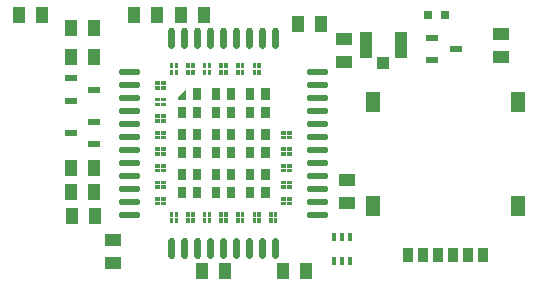
<source format=gbr>
G04*
G04 #@! TF.GenerationSoftware,Altium Limited,Altium Designer,23.0.1 (38)*
G04*
G04 Layer_Color=8421504*
%FSLAX24Y24*%
%MOIN*%
G70*
G04*
G04 #@! TF.SameCoordinates,4B295FFD-E36D-49C0-9059-740962033B99*
G04*
G04*
G04 #@! TF.FilePolarity,Positive*
G04*
G01*
G75*
%ADD16R,0.0354X0.0472*%
%ADD17R,0.0512X0.0709*%
%ADD18R,0.0413X0.0531*%
%ADD19R,0.0531X0.0413*%
%ADD20R,0.0394X0.0236*%
%ADD21R,0.0315X0.0315*%
%ADD22R,0.0433X0.0886*%
%ADD23R,0.0413X0.0433*%
%ADD24R,0.0118X0.0276*%
G36*
X40044Y28819D02*
X40049Y28819D01*
X40055Y28817D01*
X40060Y28816D01*
X40066Y28815D01*
X40071Y28813D01*
X40076Y28810D01*
X40082Y28808D01*
X40086Y28805D01*
X40091Y28802D01*
X40096Y28799D01*
X40100Y28796D01*
X40105Y28792D01*
X40109Y28788D01*
X40113Y28784D01*
X40117Y28780D01*
X40120Y28775D01*
X40123Y28770D01*
X40126Y28766D01*
X40129Y28761D01*
X40131Y28756D01*
X40133Y28750D01*
X40135Y28745D01*
X40137Y28739D01*
X40138Y28734D01*
X40139Y28728D01*
X40140Y28723D01*
X40141Y28717D01*
Y28711D01*
Y28219D01*
Y28214D01*
X40140Y28208D01*
X40139Y28202D01*
X40138Y28197D01*
X40137Y28191D01*
X40135Y28186D01*
X40133Y28180D01*
X40131Y28175D01*
X40129Y28170D01*
X40126Y28165D01*
X40123Y28160D01*
X40120Y28156D01*
X40117Y28151D01*
X40113Y28147D01*
X40109Y28143D01*
X40105Y28139D01*
X40100Y28135D01*
X40096Y28132D01*
X40091Y28128D01*
X40086Y28126D01*
X40082Y28123D01*
X40076Y28120D01*
X40071Y28118D01*
X40066Y28116D01*
X40060Y28115D01*
X40055Y28113D01*
X40049Y28112D01*
X40044Y28112D01*
X40038Y28111D01*
X40027D01*
X40021Y28112D01*
X40015Y28112D01*
X40010Y28113D01*
X40004Y28115D01*
X39999Y28116D01*
X39993Y28118D01*
X39988Y28120D01*
X39983Y28123D01*
X39978Y28126D01*
X39973Y28128D01*
X39969Y28132D01*
X39964Y28135D01*
X39960Y28139D01*
X39956Y28143D01*
X39952Y28147D01*
X39948Y28151D01*
X39945Y28156D01*
X39941Y28160D01*
X39939Y28165D01*
X39936Y28170D01*
X39933Y28175D01*
X39931Y28180D01*
X39929Y28186D01*
X39928Y28191D01*
X39926Y28197D01*
X39925Y28202D01*
X39925Y28208D01*
X39924Y28214D01*
Y28219D01*
Y28711D01*
Y28717D01*
X39925Y28723D01*
X39925Y28728D01*
X39926Y28734D01*
X39928Y28739D01*
X39929Y28745D01*
X39931Y28750D01*
X39933Y28756D01*
X39936Y28761D01*
X39939Y28766D01*
X39941Y28770D01*
X39945Y28775D01*
X39948Y28780D01*
X39952Y28784D01*
X39956Y28788D01*
X39960Y28792D01*
X39964Y28796D01*
X39969Y28799D01*
X39973Y28802D01*
X39978Y28805D01*
X39983Y28808D01*
X39988Y28810D01*
X39993Y28813D01*
X39999Y28815D01*
X40004Y28816D01*
X40010Y28817D01*
X40015Y28819D01*
X40021Y28819D01*
X40027Y28820D01*
X40038D01*
X40044Y28819D01*
D02*
G37*
G36*
X39611D02*
X39616Y28819D01*
X39622Y28817D01*
X39627Y28816D01*
X39633Y28815D01*
X39638Y28813D01*
X39643Y28810D01*
X39648Y28808D01*
X39654Y28805D01*
X39658Y28802D01*
X39663Y28799D01*
X39667Y28796D01*
X39672Y28792D01*
X39676Y28788D01*
X39680Y28784D01*
X39683Y28780D01*
X39687Y28775D01*
X39690Y28770D01*
X39693Y28766D01*
X39696Y28761D01*
X39698Y28756D01*
X39700Y28750D01*
X39702Y28745D01*
X39704Y28739D01*
X39705Y28734D01*
X39706Y28728D01*
X39707Y28723D01*
X39707Y28717D01*
Y28711D01*
Y28219D01*
Y28214D01*
X39707Y28208D01*
X39706Y28202D01*
X39705Y28197D01*
X39704Y28191D01*
X39702Y28186D01*
X39700Y28180D01*
X39698Y28175D01*
X39696Y28170D01*
X39693Y28165D01*
X39690Y28160D01*
X39687Y28156D01*
X39683Y28151D01*
X39680Y28147D01*
X39676Y28143D01*
X39672Y28139D01*
X39667Y28135D01*
X39663Y28132D01*
X39658Y28128D01*
X39654Y28126D01*
X39648Y28123D01*
X39643Y28120D01*
X39638Y28118D01*
X39633Y28116D01*
X39627Y28115D01*
X39622Y28113D01*
X39616Y28112D01*
X39611Y28112D01*
X39605Y28111D01*
X39594D01*
X39588Y28112D01*
X39582Y28112D01*
X39577Y28113D01*
X39571Y28115D01*
X39566Y28116D01*
X39560Y28118D01*
X39555Y28120D01*
X39550Y28123D01*
X39545Y28126D01*
X39540Y28128D01*
X39535Y28132D01*
X39531Y28135D01*
X39527Y28139D01*
X39523Y28143D01*
X39519Y28147D01*
X39515Y28151D01*
X39512Y28156D01*
X39508Y28160D01*
X39506Y28165D01*
X39503Y28170D01*
X39500Y28175D01*
X39498Y28180D01*
X39496Y28186D01*
X39494Y28191D01*
X39493Y28197D01*
X39492Y28202D01*
X39492Y28208D01*
X39491Y28214D01*
Y28219D01*
Y28711D01*
Y28717D01*
X39492Y28723D01*
X39492Y28728D01*
X39493Y28734D01*
X39494Y28739D01*
X39496Y28745D01*
X39498Y28750D01*
X39500Y28756D01*
X39503Y28761D01*
X39506Y28766D01*
X39508Y28770D01*
X39512Y28775D01*
X39515Y28780D01*
X39519Y28784D01*
X39523Y28788D01*
X39527Y28792D01*
X39531Y28796D01*
X39535Y28799D01*
X39540Y28802D01*
X39545Y28805D01*
X39550Y28808D01*
X39555Y28810D01*
X39560Y28813D01*
X39566Y28815D01*
X39571Y28816D01*
X39577Y28817D01*
X39582Y28819D01*
X39588Y28819D01*
X39594Y28820D01*
X39605D01*
X39611Y28819D01*
D02*
G37*
G36*
X39178D02*
X39183Y28819D01*
X39189Y28817D01*
X39194Y28816D01*
X39200Y28815D01*
X39205Y28813D01*
X39210Y28810D01*
X39215Y28808D01*
X39220Y28805D01*
X39225Y28802D01*
X39230Y28799D01*
X39234Y28796D01*
X39239Y28792D01*
X39243Y28788D01*
X39246Y28784D01*
X39250Y28780D01*
X39254Y28775D01*
X39257Y28770D01*
X39260Y28766D01*
X39263Y28761D01*
X39265Y28756D01*
X39267Y28750D01*
X39269Y28745D01*
X39271Y28739D01*
X39272Y28734D01*
X39273Y28728D01*
X39274Y28723D01*
X39274Y28717D01*
Y28711D01*
Y28219D01*
Y28214D01*
X39274Y28208D01*
X39273Y28202D01*
X39272Y28197D01*
X39271Y28191D01*
X39269Y28186D01*
X39267Y28180D01*
X39265Y28175D01*
X39263Y28170D01*
X39260Y28165D01*
X39257Y28160D01*
X39254Y28156D01*
X39250Y28151D01*
X39246Y28147D01*
X39243Y28143D01*
X39239Y28139D01*
X39234Y28135D01*
X39230Y28132D01*
X39225Y28128D01*
X39220Y28126D01*
X39215Y28123D01*
X39210Y28120D01*
X39205Y28118D01*
X39200Y28116D01*
X39194Y28115D01*
X39189Y28113D01*
X39183Y28112D01*
X39178Y28112D01*
X39172Y28111D01*
X39161D01*
X39155Y28112D01*
X39149Y28112D01*
X39144Y28113D01*
X39138Y28115D01*
X39133Y28116D01*
X39127Y28118D01*
X39122Y28120D01*
X39117Y28123D01*
X39112Y28126D01*
X39107Y28128D01*
X39102Y28132D01*
X39098Y28135D01*
X39094Y28139D01*
X39090Y28143D01*
X39086Y28147D01*
X39082Y28151D01*
X39079Y28156D01*
X39075Y28160D01*
X39072Y28165D01*
X39070Y28170D01*
X39067Y28175D01*
X39065Y28180D01*
X39063Y28186D01*
X39061Y28191D01*
X39060Y28197D01*
X39059Y28202D01*
X39059Y28208D01*
X39058Y28214D01*
Y28219D01*
Y28711D01*
Y28717D01*
X39059Y28723D01*
X39059Y28728D01*
X39060Y28734D01*
X39061Y28739D01*
X39063Y28745D01*
X39065Y28750D01*
X39067Y28756D01*
X39070Y28761D01*
X39072Y28766D01*
X39075Y28770D01*
X39079Y28775D01*
X39082Y28780D01*
X39086Y28784D01*
X39090Y28788D01*
X39094Y28792D01*
X39098Y28796D01*
X39102Y28799D01*
X39107Y28802D01*
X39112Y28805D01*
X39117Y28808D01*
X39122Y28810D01*
X39127Y28813D01*
X39133Y28815D01*
X39138Y28816D01*
X39144Y28817D01*
X39149Y28819D01*
X39155Y28819D01*
X39161Y28820D01*
X39172D01*
X39178Y28819D01*
D02*
G37*
G36*
X38744D02*
X38750Y28819D01*
X38756Y28817D01*
X38761Y28816D01*
X38767Y28815D01*
X38772Y28813D01*
X38777Y28810D01*
X38782Y28808D01*
X38787Y28805D01*
X38792Y28802D01*
X38797Y28799D01*
X38801Y28796D01*
X38806Y28792D01*
X38809Y28788D01*
X38813Y28784D01*
X38817Y28780D01*
X38820Y28775D01*
X38824Y28770D01*
X38827Y28766D01*
X38830Y28761D01*
X38832Y28756D01*
X38834Y28750D01*
X38836Y28745D01*
X38838Y28739D01*
X38839Y28734D01*
X38840Y28728D01*
X38841Y28723D01*
X38841Y28717D01*
Y28711D01*
Y28219D01*
Y28214D01*
X38841Y28208D01*
X38840Y28202D01*
X38839Y28197D01*
X38838Y28191D01*
X38836Y28186D01*
X38834Y28180D01*
X38832Y28175D01*
X38830Y28170D01*
X38827Y28165D01*
X38824Y28160D01*
X38820Y28156D01*
X38817Y28151D01*
X38813Y28147D01*
X38809Y28143D01*
X38806Y28139D01*
X38801Y28135D01*
X38797Y28132D01*
X38792Y28128D01*
X38787Y28126D01*
X38782Y28123D01*
X38777Y28120D01*
X38772Y28118D01*
X38767Y28116D01*
X38761Y28115D01*
X38756Y28113D01*
X38750Y28112D01*
X38744Y28112D01*
X38739Y28111D01*
X38728D01*
X38722Y28112D01*
X38716Y28112D01*
X38711Y28113D01*
X38705Y28115D01*
X38700Y28116D01*
X38694Y28118D01*
X38689Y28120D01*
X38684Y28123D01*
X38679Y28126D01*
X38674Y28128D01*
X38669Y28132D01*
X38665Y28135D01*
X38661Y28139D01*
X38657Y28143D01*
X38653Y28147D01*
X38649Y28151D01*
X38646Y28156D01*
X38642Y28160D01*
X38639Y28165D01*
X38637Y28170D01*
X38634Y28175D01*
X38632Y28180D01*
X38630Y28186D01*
X38628Y28191D01*
X38627Y28197D01*
X38626Y28202D01*
X38626Y28208D01*
X38625Y28214D01*
Y28219D01*
Y28711D01*
Y28717D01*
X38626Y28723D01*
X38626Y28728D01*
X38627Y28734D01*
X38628Y28739D01*
X38630Y28745D01*
X38632Y28750D01*
X38634Y28756D01*
X38637Y28761D01*
X38639Y28766D01*
X38642Y28770D01*
X38646Y28775D01*
X38649Y28780D01*
X38653Y28784D01*
X38657Y28788D01*
X38661Y28792D01*
X38665Y28796D01*
X38669Y28799D01*
X38674Y28802D01*
X38679Y28805D01*
X38684Y28808D01*
X38689Y28810D01*
X38694Y28813D01*
X38700Y28815D01*
X38705Y28816D01*
X38711Y28817D01*
X38716Y28819D01*
X38722Y28819D01*
X38728Y28820D01*
X38739D01*
X38744Y28819D01*
D02*
G37*
G36*
X38311D02*
X38317Y28819D01*
X38322Y28817D01*
X38328Y28816D01*
X38333Y28815D01*
X38339Y28813D01*
X38344Y28810D01*
X38349Y28808D01*
X38354Y28805D01*
X38359Y28802D01*
X38364Y28799D01*
X38368Y28796D01*
X38372Y28792D01*
X38376Y28788D01*
X38380Y28784D01*
X38384Y28780D01*
X38387Y28775D01*
X38391Y28770D01*
X38394Y28766D01*
X38396Y28761D01*
X38399Y28756D01*
X38401Y28750D01*
X38403Y28745D01*
X38405Y28739D01*
X38406Y28734D01*
X38407Y28728D01*
X38407Y28723D01*
X38408Y28717D01*
Y28711D01*
Y28219D01*
Y28214D01*
X38407Y28208D01*
X38407Y28202D01*
X38406Y28197D01*
X38405Y28191D01*
X38403Y28186D01*
X38401Y28180D01*
X38399Y28175D01*
X38396Y28170D01*
X38394Y28165D01*
X38391Y28160D01*
X38387Y28156D01*
X38384Y28151D01*
X38380Y28147D01*
X38376Y28143D01*
X38372Y28139D01*
X38368Y28135D01*
X38364Y28132D01*
X38359Y28128D01*
X38354Y28126D01*
X38349Y28123D01*
X38344Y28120D01*
X38339Y28118D01*
X38333Y28116D01*
X38328Y28115D01*
X38322Y28113D01*
X38317Y28112D01*
X38311Y28112D01*
X38306Y28111D01*
X38294D01*
X38289Y28112D01*
X38283Y28112D01*
X38278Y28113D01*
X38272Y28115D01*
X38267Y28116D01*
X38261Y28118D01*
X38256Y28120D01*
X38251Y28123D01*
X38246Y28126D01*
X38241Y28128D01*
X38236Y28132D01*
X38232Y28135D01*
X38228Y28139D01*
X38224Y28143D01*
X38220Y28147D01*
X38216Y28151D01*
X38213Y28156D01*
X38209Y28160D01*
X38206Y28165D01*
X38204Y28170D01*
X38201Y28175D01*
X38199Y28180D01*
X38197Y28186D01*
X38195Y28191D01*
X38194Y28197D01*
X38193Y28202D01*
X38193Y28208D01*
X38192Y28214D01*
Y28219D01*
Y28711D01*
Y28717D01*
X38193Y28723D01*
X38193Y28728D01*
X38194Y28734D01*
X38195Y28739D01*
X38197Y28745D01*
X38199Y28750D01*
X38201Y28756D01*
X38204Y28761D01*
X38206Y28766D01*
X38209Y28770D01*
X38213Y28775D01*
X38216Y28780D01*
X38220Y28784D01*
X38224Y28788D01*
X38228Y28792D01*
X38232Y28796D01*
X38236Y28799D01*
X38241Y28802D01*
X38246Y28805D01*
X38251Y28808D01*
X38256Y28810D01*
X38261Y28813D01*
X38267Y28815D01*
X38272Y28816D01*
X38278Y28817D01*
X38283Y28819D01*
X38289Y28819D01*
X38294Y28820D01*
X38306D01*
X38311Y28819D01*
D02*
G37*
G36*
X37878D02*
X37884Y28819D01*
X37889Y28817D01*
X37895Y28816D01*
X37900Y28815D01*
X37906Y28813D01*
X37911Y28810D01*
X37916Y28808D01*
X37921Y28805D01*
X37926Y28802D01*
X37931Y28799D01*
X37935Y28796D01*
X37939Y28792D01*
X37943Y28788D01*
X37947Y28784D01*
X37951Y28780D01*
X37954Y28775D01*
X37958Y28770D01*
X37961Y28766D01*
X37963Y28761D01*
X37966Y28756D01*
X37968Y28750D01*
X37970Y28745D01*
X37972Y28739D01*
X37973Y28734D01*
X37974Y28728D01*
X37974Y28723D01*
X37975Y28717D01*
Y28711D01*
Y28219D01*
Y28214D01*
X37974Y28208D01*
X37974Y28202D01*
X37973Y28197D01*
X37972Y28191D01*
X37970Y28186D01*
X37968Y28180D01*
X37966Y28175D01*
X37963Y28170D01*
X37961Y28165D01*
X37958Y28160D01*
X37954Y28156D01*
X37951Y28151D01*
X37947Y28147D01*
X37943Y28143D01*
X37939Y28139D01*
X37935Y28135D01*
X37931Y28132D01*
X37926Y28128D01*
X37921Y28126D01*
X37916Y28123D01*
X37911Y28120D01*
X37906Y28118D01*
X37900Y28116D01*
X37895Y28115D01*
X37889Y28113D01*
X37884Y28112D01*
X37878Y28112D01*
X37872Y28111D01*
X37861D01*
X37856Y28112D01*
X37850Y28112D01*
X37844Y28113D01*
X37839Y28115D01*
X37833Y28116D01*
X37828Y28118D01*
X37823Y28120D01*
X37818Y28123D01*
X37813Y28126D01*
X37808Y28128D01*
X37803Y28132D01*
X37799Y28135D01*
X37794Y28139D01*
X37791Y28143D01*
X37787Y28147D01*
X37783Y28151D01*
X37780Y28156D01*
X37776Y28160D01*
X37773Y28165D01*
X37770Y28170D01*
X37768Y28175D01*
X37766Y28180D01*
X37764Y28186D01*
X37762Y28191D01*
X37761Y28197D01*
X37760Y28202D01*
X37759Y28208D01*
X37759Y28214D01*
Y28219D01*
Y28711D01*
Y28717D01*
X37759Y28723D01*
X37760Y28728D01*
X37761Y28734D01*
X37762Y28739D01*
X37764Y28745D01*
X37766Y28750D01*
X37768Y28756D01*
X37770Y28761D01*
X37773Y28766D01*
X37776Y28770D01*
X37780Y28775D01*
X37783Y28780D01*
X37787Y28784D01*
X37791Y28788D01*
X37794Y28792D01*
X37799Y28796D01*
X37803Y28799D01*
X37808Y28802D01*
X37813Y28805D01*
X37818Y28808D01*
X37823Y28810D01*
X37828Y28813D01*
X37833Y28815D01*
X37839Y28816D01*
X37844Y28817D01*
X37850Y28819D01*
X37856Y28819D01*
X37861Y28820D01*
X37872D01*
X37878Y28819D01*
D02*
G37*
G36*
X37445D02*
X37451Y28819D01*
X37456Y28817D01*
X37462Y28816D01*
X37467Y28815D01*
X37473Y28813D01*
X37478Y28810D01*
X37483Y28808D01*
X37488Y28805D01*
X37493Y28802D01*
X37498Y28799D01*
X37502Y28796D01*
X37506Y28792D01*
X37510Y28788D01*
X37514Y28784D01*
X37518Y28780D01*
X37521Y28775D01*
X37525Y28770D01*
X37528Y28766D01*
X37530Y28761D01*
X37533Y28756D01*
X37535Y28750D01*
X37537Y28745D01*
X37539Y28739D01*
X37540Y28734D01*
X37541Y28728D01*
X37541Y28723D01*
X37542Y28717D01*
Y28711D01*
Y28219D01*
Y28214D01*
X37541Y28208D01*
X37541Y28202D01*
X37540Y28197D01*
X37539Y28191D01*
X37537Y28186D01*
X37535Y28180D01*
X37533Y28175D01*
X37530Y28170D01*
X37528Y28165D01*
X37525Y28160D01*
X37521Y28156D01*
X37518Y28151D01*
X37514Y28147D01*
X37510Y28143D01*
X37506Y28139D01*
X37502Y28135D01*
X37498Y28132D01*
X37493Y28128D01*
X37488Y28126D01*
X37483Y28123D01*
X37478Y28120D01*
X37473Y28118D01*
X37467Y28116D01*
X37462Y28115D01*
X37456Y28113D01*
X37451Y28112D01*
X37445Y28112D01*
X37439Y28111D01*
X37428D01*
X37422Y28112D01*
X37417Y28112D01*
X37411Y28113D01*
X37406Y28115D01*
X37400Y28116D01*
X37395Y28118D01*
X37390Y28120D01*
X37385Y28123D01*
X37380Y28126D01*
X37375Y28128D01*
X37370Y28132D01*
X37366Y28135D01*
X37361Y28139D01*
X37357Y28143D01*
X37354Y28147D01*
X37350Y28151D01*
X37346Y28156D01*
X37343Y28160D01*
X37340Y28165D01*
X37337Y28170D01*
X37335Y28175D01*
X37333Y28180D01*
X37331Y28186D01*
X37329Y28191D01*
X37328Y28197D01*
X37327Y28202D01*
X37326Y28208D01*
X37326Y28214D01*
Y28219D01*
Y28711D01*
Y28717D01*
X37326Y28723D01*
X37327Y28728D01*
X37328Y28734D01*
X37329Y28739D01*
X37331Y28745D01*
X37333Y28750D01*
X37335Y28756D01*
X37337Y28761D01*
X37340Y28766D01*
X37343Y28770D01*
X37346Y28775D01*
X37350Y28780D01*
X37354Y28784D01*
X37357Y28788D01*
X37361Y28792D01*
X37366Y28796D01*
X37370Y28799D01*
X37375Y28802D01*
X37380Y28805D01*
X37385Y28808D01*
X37390Y28810D01*
X37395Y28813D01*
X37400Y28815D01*
X37406Y28816D01*
X37411Y28817D01*
X37417Y28819D01*
X37422Y28819D01*
X37428Y28820D01*
X37439D01*
X37445Y28819D01*
D02*
G37*
G36*
X37012D02*
X37018Y28819D01*
X37023Y28817D01*
X37029Y28816D01*
X37034Y28815D01*
X37040Y28813D01*
X37045Y28810D01*
X37050Y28808D01*
X37055Y28805D01*
X37060Y28802D01*
X37065Y28799D01*
X37069Y28796D01*
X37073Y28792D01*
X37077Y28788D01*
X37081Y28784D01*
X37085Y28780D01*
X37088Y28775D01*
X37092Y28770D01*
X37094Y28766D01*
X37097Y28761D01*
X37100Y28756D01*
X37102Y28750D01*
X37104Y28745D01*
X37106Y28739D01*
X37107Y28734D01*
X37108Y28728D01*
X37108Y28723D01*
X37109Y28717D01*
Y28711D01*
Y28219D01*
Y28214D01*
X37108Y28208D01*
X37108Y28202D01*
X37107Y28197D01*
X37106Y28191D01*
X37104Y28186D01*
X37102Y28180D01*
X37100Y28175D01*
X37097Y28170D01*
X37094Y28165D01*
X37092Y28160D01*
X37088Y28156D01*
X37085Y28151D01*
X37081Y28147D01*
X37077Y28143D01*
X37073Y28139D01*
X37069Y28135D01*
X37065Y28132D01*
X37060Y28128D01*
X37055Y28126D01*
X37050Y28123D01*
X37045Y28120D01*
X37040Y28118D01*
X37034Y28116D01*
X37029Y28115D01*
X37023Y28113D01*
X37018Y28112D01*
X37012Y28112D01*
X37006Y28111D01*
X36995D01*
X36989Y28112D01*
X36984Y28112D01*
X36978Y28113D01*
X36973Y28115D01*
X36967Y28116D01*
X36962Y28118D01*
X36957Y28120D01*
X36952Y28123D01*
X36946Y28126D01*
X36942Y28128D01*
X36937Y28132D01*
X36933Y28135D01*
X36928Y28139D01*
X36924Y28143D01*
X36920Y28147D01*
X36917Y28151D01*
X36913Y28156D01*
X36910Y28160D01*
X36907Y28165D01*
X36904Y28170D01*
X36902Y28175D01*
X36900Y28180D01*
X36898Y28186D01*
X36896Y28191D01*
X36895Y28197D01*
X36894Y28202D01*
X36893Y28208D01*
X36893Y28214D01*
Y28219D01*
Y28711D01*
Y28717D01*
X36893Y28723D01*
X36894Y28728D01*
X36895Y28734D01*
X36896Y28739D01*
X36898Y28745D01*
X36900Y28750D01*
X36902Y28756D01*
X36904Y28761D01*
X36907Y28766D01*
X36910Y28770D01*
X36913Y28775D01*
X36917Y28780D01*
X36920Y28784D01*
X36924Y28788D01*
X36928Y28792D01*
X36933Y28796D01*
X36937Y28799D01*
X36942Y28802D01*
X36946Y28805D01*
X36952Y28808D01*
X36957Y28810D01*
X36962Y28813D01*
X36967Y28815D01*
X36973Y28816D01*
X36978Y28817D01*
X36984Y28819D01*
X36989Y28819D01*
X36995Y28820D01*
X37006D01*
X37012Y28819D01*
D02*
G37*
G36*
X36579D02*
X36585Y28819D01*
X36590Y28817D01*
X36596Y28816D01*
X36601Y28815D01*
X36607Y28813D01*
X36612Y28810D01*
X36617Y28808D01*
X36622Y28805D01*
X36627Y28802D01*
X36632Y28799D01*
X36636Y28796D01*
X36640Y28792D01*
X36644Y28788D01*
X36648Y28784D01*
X36652Y28780D01*
X36655Y28775D01*
X36659Y28770D01*
X36661Y28766D01*
X36664Y28761D01*
X36667Y28756D01*
X36669Y28750D01*
X36671Y28745D01*
X36672Y28739D01*
X36674Y28734D01*
X36675Y28728D01*
X36675Y28723D01*
X36676Y28717D01*
Y28711D01*
Y28219D01*
Y28214D01*
X36675Y28208D01*
X36675Y28202D01*
X36674Y28197D01*
X36672Y28191D01*
X36671Y28186D01*
X36669Y28180D01*
X36667Y28175D01*
X36664Y28170D01*
X36661Y28165D01*
X36659Y28160D01*
X36655Y28156D01*
X36652Y28151D01*
X36648Y28147D01*
X36644Y28143D01*
X36640Y28139D01*
X36636Y28135D01*
X36632Y28132D01*
X36627Y28128D01*
X36622Y28126D01*
X36617Y28123D01*
X36612Y28120D01*
X36607Y28118D01*
X36601Y28116D01*
X36596Y28115D01*
X36590Y28113D01*
X36585Y28112D01*
X36579Y28112D01*
X36573Y28111D01*
X36562D01*
X36556Y28112D01*
X36551Y28112D01*
X36545Y28113D01*
X36540Y28115D01*
X36534Y28116D01*
X36529Y28118D01*
X36524Y28120D01*
X36518Y28123D01*
X36514Y28126D01*
X36509Y28128D01*
X36504Y28132D01*
X36500Y28135D01*
X36495Y28139D01*
X36491Y28143D01*
X36487Y28147D01*
X36483Y28151D01*
X36480Y28156D01*
X36477Y28160D01*
X36474Y28165D01*
X36471Y28170D01*
X36469Y28175D01*
X36467Y28180D01*
X36465Y28186D01*
X36463Y28191D01*
X36462Y28197D01*
X36461Y28202D01*
X36460Y28208D01*
X36459Y28214D01*
Y28219D01*
Y28711D01*
Y28717D01*
X36460Y28723D01*
X36461Y28728D01*
X36462Y28734D01*
X36463Y28739D01*
X36465Y28745D01*
X36467Y28750D01*
X36469Y28756D01*
X36471Y28761D01*
X36474Y28766D01*
X36477Y28770D01*
X36480Y28775D01*
X36483Y28780D01*
X36487Y28784D01*
X36491Y28788D01*
X36495Y28792D01*
X36500Y28796D01*
X36504Y28799D01*
X36509Y28802D01*
X36514Y28805D01*
X36518Y28808D01*
X36524Y28810D01*
X36529Y28813D01*
X36534Y28815D01*
X36540Y28816D01*
X36545Y28817D01*
X36551Y28819D01*
X36556Y28819D01*
X36562Y28820D01*
X36573D01*
X36579Y28819D01*
D02*
G37*
G36*
X39540Y27461D02*
X39422D01*
Y27631D01*
X39540D01*
Y27461D01*
D02*
G37*
G36*
X39383D02*
X39265D01*
Y27631D01*
X39383D01*
Y27461D01*
D02*
G37*
G36*
X38989D02*
X38871D01*
Y27631D01*
X38989D01*
Y27461D01*
D02*
G37*
G36*
X38832D02*
X38713D01*
Y27631D01*
X38832D01*
Y27461D01*
D02*
G37*
G36*
X38438D02*
X38320D01*
Y27631D01*
X38438D01*
Y27461D01*
D02*
G37*
G36*
X38280D02*
X38162D01*
Y27631D01*
X38280D01*
Y27461D01*
D02*
G37*
G36*
X37887D02*
X37768D01*
Y27631D01*
X37887D01*
Y27461D01*
D02*
G37*
G36*
X37729D02*
X37611D01*
Y27631D01*
X37729D01*
Y27461D01*
D02*
G37*
G36*
X37335D02*
X37217D01*
Y27631D01*
X37335D01*
Y27461D01*
D02*
G37*
G36*
X37178D02*
X37060D01*
Y27631D01*
X37178D01*
Y27461D01*
D02*
G37*
G36*
X36784D02*
X36666D01*
Y27631D01*
X36784D01*
Y27461D01*
D02*
G37*
G36*
X36627D02*
X36509D01*
Y27631D01*
X36627D01*
Y27461D01*
D02*
G37*
G36*
X39540Y27253D02*
X39422D01*
Y27422D01*
X39540D01*
Y27253D01*
D02*
G37*
G36*
X39383D02*
X39265D01*
Y27422D01*
X39383D01*
Y27253D01*
D02*
G37*
G36*
X38989D02*
X38871D01*
Y27422D01*
X38989D01*
Y27253D01*
D02*
G37*
G36*
X38832D02*
X38713D01*
Y27422D01*
X38832D01*
Y27253D01*
D02*
G37*
G36*
X38438D02*
X38320D01*
Y27422D01*
X38438D01*
Y27253D01*
D02*
G37*
G36*
X38280D02*
X38162D01*
Y27422D01*
X38280D01*
Y27253D01*
D02*
G37*
G36*
X37887D02*
X37768D01*
Y27422D01*
X37887D01*
Y27253D01*
D02*
G37*
G36*
X37729D02*
X37611D01*
Y27422D01*
X37729D01*
Y27253D01*
D02*
G37*
G36*
X37335D02*
X37217D01*
Y27422D01*
X37335D01*
Y27253D01*
D02*
G37*
G36*
X37178D02*
X37060D01*
Y27422D01*
X37178D01*
Y27253D01*
D02*
G37*
G36*
X36784D02*
X36666D01*
Y27422D01*
X36784D01*
Y27253D01*
D02*
G37*
G36*
X36627D02*
X36509D01*
Y27422D01*
X36627D01*
Y27253D01*
D02*
G37*
G36*
X41687Y27451D02*
X41693Y27450D01*
X41698Y27449D01*
X41704Y27448D01*
X41709Y27446D01*
X41715Y27444D01*
X41720Y27442D01*
X41725Y27440D01*
X41730Y27437D01*
X41735Y27434D01*
X41740Y27431D01*
X41744Y27428D01*
X41748Y27424D01*
X41752Y27420D01*
X41756Y27416D01*
X41760Y27411D01*
X41763Y27407D01*
X41767Y27402D01*
X41770Y27398D01*
X41772Y27393D01*
X41775Y27387D01*
X41777Y27382D01*
X41779Y27377D01*
X41781Y27371D01*
X41782Y27366D01*
X41783Y27360D01*
X41783Y27355D01*
X41784Y27349D01*
Y27343D01*
Y27338D01*
X41783Y27332D01*
X41783Y27326D01*
X41782Y27321D01*
X41781Y27315D01*
X41779Y27310D01*
X41777Y27304D01*
X41775Y27299D01*
X41772Y27294D01*
X41770Y27289D01*
X41767Y27284D01*
X41763Y27280D01*
X41760Y27275D01*
X41756Y27271D01*
X41752Y27267D01*
X41748Y27263D01*
X41744Y27259D01*
X41740Y27256D01*
X41735Y27252D01*
X41730Y27250D01*
X41725Y27247D01*
X41720Y27244D01*
X41715Y27242D01*
X41709Y27240D01*
X41704Y27239D01*
X41698Y27237D01*
X41693Y27236D01*
X41687Y27236D01*
X41681Y27235D01*
X41178D01*
X41172Y27236D01*
X41167Y27236D01*
X41161Y27237D01*
X41156Y27239D01*
X41150Y27240D01*
X41145Y27242D01*
X41140Y27244D01*
X41135Y27247D01*
X41130Y27250D01*
X41125Y27252D01*
X41120Y27256D01*
X41116Y27259D01*
X41111Y27263D01*
X41107Y27267D01*
X41104Y27271D01*
X41100Y27275D01*
X41096Y27280D01*
X41093Y27284D01*
X41090Y27289D01*
X41087Y27294D01*
X41085Y27299D01*
X41083Y27304D01*
X41081Y27310D01*
X41079Y27315D01*
X41078Y27321D01*
X41077Y27326D01*
X41076Y27332D01*
X41076Y27338D01*
Y27343D01*
Y27349D01*
X41076Y27355D01*
X41077Y27360D01*
X41078Y27366D01*
X41079Y27371D01*
X41081Y27377D01*
X41083Y27382D01*
X41085Y27387D01*
X41087Y27393D01*
X41090Y27398D01*
X41093Y27402D01*
X41096Y27407D01*
X41100Y27411D01*
X41104Y27416D01*
X41107Y27420D01*
X41111Y27424D01*
X41116Y27428D01*
X41120Y27431D01*
X41125Y27434D01*
X41130Y27437D01*
X41135Y27440D01*
X41140Y27442D01*
X41145Y27444D01*
X41150Y27446D01*
X41156Y27448D01*
X41161Y27449D01*
X41167Y27450D01*
X41172Y27451D01*
X41178Y27452D01*
X41681D01*
X41687Y27451D01*
D02*
G37*
G36*
X35428D02*
X35433Y27450D01*
X35439Y27449D01*
X35444Y27448D01*
X35450Y27446D01*
X35455Y27444D01*
X35460Y27442D01*
X35465Y27440D01*
X35470Y27437D01*
X35475Y27434D01*
X35480Y27431D01*
X35484Y27428D01*
X35489Y27424D01*
X35493Y27420D01*
X35496Y27416D01*
X35500Y27411D01*
X35504Y27407D01*
X35507Y27402D01*
X35510Y27398D01*
X35513Y27393D01*
X35515Y27387D01*
X35517Y27382D01*
X35519Y27377D01*
X35521Y27371D01*
X35522Y27366D01*
X35523Y27360D01*
X35524Y27355D01*
X35524Y27349D01*
Y27343D01*
Y27338D01*
X35524Y27332D01*
X35523Y27326D01*
X35522Y27321D01*
X35521Y27315D01*
X35519Y27310D01*
X35517Y27304D01*
X35515Y27299D01*
X35513Y27294D01*
X35510Y27289D01*
X35507Y27284D01*
X35504Y27280D01*
X35500Y27275D01*
X35496Y27271D01*
X35493Y27267D01*
X35489Y27263D01*
X35484Y27259D01*
X35480Y27256D01*
X35475Y27252D01*
X35470Y27250D01*
X35465Y27247D01*
X35460Y27244D01*
X35455Y27242D01*
X35450Y27240D01*
X35444Y27239D01*
X35439Y27237D01*
X35433Y27236D01*
X35428Y27236D01*
X35422Y27235D01*
X34918D01*
X34913Y27236D01*
X34907Y27236D01*
X34902Y27237D01*
X34896Y27239D01*
X34891Y27240D01*
X34885Y27242D01*
X34880Y27244D01*
X34875Y27247D01*
X34870Y27250D01*
X34865Y27252D01*
X34860Y27256D01*
X34856Y27259D01*
X34852Y27263D01*
X34848Y27267D01*
X34844Y27271D01*
X34840Y27275D01*
X34837Y27280D01*
X34833Y27284D01*
X34830Y27289D01*
X34828Y27294D01*
X34825Y27299D01*
X34823Y27304D01*
X34821Y27310D01*
X34819Y27315D01*
X34818Y27321D01*
X34817Y27326D01*
X34817Y27332D01*
X34816Y27338D01*
Y27343D01*
Y27349D01*
X34817Y27355D01*
X34817Y27360D01*
X34818Y27366D01*
X34819Y27371D01*
X34821Y27377D01*
X34823Y27382D01*
X34825Y27387D01*
X34828Y27393D01*
X34830Y27398D01*
X34833Y27402D01*
X34837Y27407D01*
X34840Y27411D01*
X34844Y27416D01*
X34848Y27420D01*
X34852Y27424D01*
X34856Y27428D01*
X34860Y27431D01*
X34865Y27434D01*
X34870Y27437D01*
X34875Y27440D01*
X34880Y27442D01*
X34885Y27444D01*
X34891Y27446D01*
X34896Y27448D01*
X34902Y27449D01*
X34907Y27450D01*
X34913Y27451D01*
X34918Y27452D01*
X35422D01*
X35428Y27451D01*
D02*
G37*
G36*
X36383Y26910D02*
X36213D01*
Y27028D01*
X36383D01*
Y26910D01*
D02*
G37*
G36*
X36174D02*
X36005D01*
Y27028D01*
X36174D01*
Y26910D01*
D02*
G37*
G36*
X41687Y27018D02*
X41693Y27017D01*
X41698Y27016D01*
X41704Y27015D01*
X41709Y27013D01*
X41715Y27011D01*
X41720Y27009D01*
X41725Y27007D01*
X41730Y27004D01*
X41735Y27001D01*
X41740Y26998D01*
X41744Y26994D01*
X41748Y26991D01*
X41752Y26987D01*
X41756Y26983D01*
X41760Y26978D01*
X41763Y26974D01*
X41767Y26969D01*
X41770Y26965D01*
X41772Y26959D01*
X41775Y26954D01*
X41777Y26949D01*
X41779Y26944D01*
X41781Y26938D01*
X41782Y26933D01*
X41783Y26927D01*
X41783Y26922D01*
X41784Y26916D01*
Y26910D01*
Y26905D01*
X41783Y26899D01*
X41783Y26893D01*
X41782Y26888D01*
X41781Y26882D01*
X41779Y26877D01*
X41777Y26871D01*
X41775Y26866D01*
X41772Y26861D01*
X41770Y26856D01*
X41767Y26851D01*
X41763Y26846D01*
X41760Y26842D01*
X41756Y26838D01*
X41752Y26834D01*
X41748Y26830D01*
X41744Y26826D01*
X41740Y26823D01*
X41735Y26819D01*
X41730Y26817D01*
X41725Y26814D01*
X41720Y26811D01*
X41715Y26809D01*
X41709Y26807D01*
X41704Y26806D01*
X41698Y26804D01*
X41693Y26803D01*
X41687Y26803D01*
X41681Y26802D01*
X41178D01*
X41172Y26803D01*
X41167Y26803D01*
X41161Y26804D01*
X41156Y26806D01*
X41150Y26807D01*
X41145Y26809D01*
X41140Y26811D01*
X41135Y26814D01*
X41130Y26817D01*
X41125Y26819D01*
X41120Y26823D01*
X41116Y26826D01*
X41111Y26830D01*
X41107Y26834D01*
X41104Y26838D01*
X41100Y26842D01*
X41096Y26846D01*
X41093Y26851D01*
X41090Y26856D01*
X41087Y26861D01*
X41085Y26866D01*
X41083Y26871D01*
X41081Y26877D01*
X41079Y26882D01*
X41078Y26888D01*
X41077Y26893D01*
X41076Y26899D01*
X41076Y26905D01*
Y26910D01*
Y26916D01*
X41076Y26922D01*
X41077Y26927D01*
X41078Y26933D01*
X41079Y26938D01*
X41081Y26944D01*
X41083Y26949D01*
X41085Y26954D01*
X41087Y26959D01*
X41090Y26965D01*
X41093Y26969D01*
X41096Y26974D01*
X41100Y26978D01*
X41104Y26983D01*
X41107Y26987D01*
X41111Y26991D01*
X41116Y26994D01*
X41120Y26998D01*
X41125Y27001D01*
X41130Y27004D01*
X41135Y27007D01*
X41140Y27009D01*
X41145Y27011D01*
X41150Y27013D01*
X41156Y27015D01*
X41161Y27016D01*
X41167Y27017D01*
X41172Y27018D01*
X41178Y27018D01*
X41681D01*
X41687Y27018D01*
D02*
G37*
G36*
X35428D02*
X35433Y27017D01*
X35439Y27016D01*
X35444Y27015D01*
X35450Y27013D01*
X35455Y27011D01*
X35460Y27009D01*
X35465Y27007D01*
X35470Y27004D01*
X35475Y27001D01*
X35480Y26998D01*
X35484Y26994D01*
X35489Y26991D01*
X35493Y26987D01*
X35496Y26983D01*
X35500Y26978D01*
X35504Y26974D01*
X35507Y26969D01*
X35510Y26965D01*
X35513Y26959D01*
X35515Y26954D01*
X35517Y26949D01*
X35519Y26944D01*
X35521Y26938D01*
X35522Y26933D01*
X35523Y26927D01*
X35524Y26922D01*
X35524Y26916D01*
Y26910D01*
Y26905D01*
X35524Y26899D01*
X35523Y26893D01*
X35522Y26888D01*
X35521Y26882D01*
X35519Y26877D01*
X35517Y26871D01*
X35515Y26866D01*
X35513Y26861D01*
X35510Y26856D01*
X35507Y26851D01*
X35504Y26846D01*
X35500Y26842D01*
X35496Y26838D01*
X35493Y26834D01*
X35489Y26830D01*
X35484Y26826D01*
X35480Y26823D01*
X35475Y26819D01*
X35470Y26817D01*
X35465Y26814D01*
X35460Y26811D01*
X35455Y26809D01*
X35450Y26807D01*
X35444Y26806D01*
X35439Y26804D01*
X35433Y26803D01*
X35428Y26803D01*
X35422Y26802D01*
X34918D01*
X34913Y26803D01*
X34907Y26803D01*
X34902Y26804D01*
X34896Y26806D01*
X34891Y26807D01*
X34885Y26809D01*
X34880Y26811D01*
X34875Y26814D01*
X34870Y26817D01*
X34865Y26819D01*
X34860Y26823D01*
X34856Y26826D01*
X34852Y26830D01*
X34848Y26834D01*
X34844Y26838D01*
X34840Y26842D01*
X34837Y26846D01*
X34833Y26851D01*
X34830Y26856D01*
X34828Y26861D01*
X34825Y26866D01*
X34823Y26871D01*
X34821Y26877D01*
X34819Y26882D01*
X34818Y26888D01*
X34817Y26893D01*
X34817Y26899D01*
X34816Y26905D01*
Y26910D01*
Y26916D01*
X34817Y26922D01*
X34817Y26927D01*
X34818Y26933D01*
X34819Y26938D01*
X34821Y26944D01*
X34823Y26949D01*
X34825Y26954D01*
X34828Y26959D01*
X34830Y26965D01*
X34833Y26969D01*
X34837Y26974D01*
X34840Y26978D01*
X34844Y26983D01*
X34848Y26987D01*
X34852Y26991D01*
X34856Y26994D01*
X34860Y26998D01*
X34865Y27001D01*
X34870Y27004D01*
X34875Y27007D01*
X34880Y27009D01*
X34885Y27011D01*
X34891Y27013D01*
X34896Y27015D01*
X34902Y27016D01*
X34907Y27017D01*
X34913Y27018D01*
X34918Y27018D01*
X35422D01*
X35428Y27018D01*
D02*
G37*
G36*
X36383Y26753D02*
X36213D01*
Y26871D01*
X36383D01*
Y26753D01*
D02*
G37*
G36*
X36174D02*
X36005D01*
Y26871D01*
X36174D01*
Y26753D01*
D02*
G37*
G36*
X39835Y26418D02*
X39560D01*
Y26792D01*
X39835D01*
Y26418D01*
D02*
G37*
G36*
X39324D02*
X39048D01*
Y26792D01*
X39324D01*
Y26418D01*
D02*
G37*
G36*
X38694D02*
X38418D01*
Y26792D01*
X38694D01*
Y26418D01*
D02*
G37*
G36*
X38182D02*
X37906D01*
Y26792D01*
X38182D01*
Y26418D01*
D02*
G37*
G36*
X37552D02*
X37276D01*
Y26792D01*
X37552D01*
Y26418D01*
D02*
G37*
G36*
X37040D02*
X36765D01*
Y26509D01*
X37040Y26784D01*
Y26418D01*
D02*
G37*
G36*
X41687Y26585D02*
X41693Y26584D01*
X41698Y26583D01*
X41704Y26582D01*
X41709Y26580D01*
X41715Y26578D01*
X41720Y26576D01*
X41725Y26574D01*
X41730Y26571D01*
X41735Y26568D01*
X41740Y26565D01*
X41744Y26561D01*
X41748Y26557D01*
X41752Y26554D01*
X41756Y26550D01*
X41760Y26545D01*
X41763Y26541D01*
X41767Y26536D01*
X41770Y26531D01*
X41772Y26526D01*
X41775Y26521D01*
X41777Y26516D01*
X41779Y26511D01*
X41781Y26505D01*
X41782Y26500D01*
X41783Y26494D01*
X41783Y26489D01*
X41784Y26483D01*
Y26477D01*
Y26472D01*
X41783Y26466D01*
X41783Y26460D01*
X41782Y26455D01*
X41781Y26449D01*
X41779Y26444D01*
X41777Y26438D01*
X41775Y26433D01*
X41772Y26428D01*
X41770Y26423D01*
X41767Y26418D01*
X41763Y26413D01*
X41760Y26409D01*
X41756Y26405D01*
X41752Y26401D01*
X41748Y26397D01*
X41744Y26393D01*
X41740Y26390D01*
X41735Y26386D01*
X41730Y26383D01*
X41725Y26381D01*
X41720Y26378D01*
X41715Y26376D01*
X41709Y26374D01*
X41704Y26372D01*
X41698Y26371D01*
X41693Y26370D01*
X41687Y26370D01*
X41681Y26369D01*
X41178D01*
X41172Y26370D01*
X41167Y26370D01*
X41161Y26371D01*
X41156Y26372D01*
X41150Y26374D01*
X41145Y26376D01*
X41140Y26378D01*
X41135Y26381D01*
X41130Y26383D01*
X41125Y26386D01*
X41120Y26390D01*
X41116Y26393D01*
X41111Y26397D01*
X41107Y26401D01*
X41104Y26405D01*
X41100Y26409D01*
X41096Y26413D01*
X41093Y26418D01*
X41090Y26423D01*
X41087Y26428D01*
X41085Y26433D01*
X41083Y26438D01*
X41081Y26444D01*
X41079Y26449D01*
X41078Y26455D01*
X41077Y26460D01*
X41076Y26466D01*
X41076Y26472D01*
Y26477D01*
Y26483D01*
X41076Y26489D01*
X41077Y26494D01*
X41078Y26500D01*
X41079Y26505D01*
X41081Y26511D01*
X41083Y26516D01*
X41085Y26521D01*
X41087Y26526D01*
X41090Y26531D01*
X41093Y26536D01*
X41096Y26541D01*
X41100Y26545D01*
X41104Y26550D01*
X41107Y26554D01*
X41111Y26557D01*
X41116Y26561D01*
X41120Y26565D01*
X41125Y26568D01*
X41130Y26571D01*
X41135Y26574D01*
X41140Y26576D01*
X41145Y26578D01*
X41150Y26580D01*
X41156Y26582D01*
X41161Y26583D01*
X41167Y26584D01*
X41172Y26585D01*
X41178Y26585D01*
X41681D01*
X41687Y26585D01*
D02*
G37*
G36*
X35428D02*
X35433Y26584D01*
X35439Y26583D01*
X35444Y26582D01*
X35450Y26580D01*
X35455Y26578D01*
X35460Y26576D01*
X35465Y26574D01*
X35470Y26571D01*
X35475Y26568D01*
X35480Y26565D01*
X35484Y26561D01*
X35489Y26557D01*
X35493Y26554D01*
X35496Y26550D01*
X35500Y26545D01*
X35504Y26541D01*
X35507Y26536D01*
X35510Y26531D01*
X35513Y26526D01*
X35515Y26521D01*
X35517Y26516D01*
X35519Y26511D01*
X35521Y26505D01*
X35522Y26500D01*
X35523Y26494D01*
X35524Y26489D01*
X35524Y26483D01*
Y26477D01*
Y26472D01*
X35524Y26466D01*
X35523Y26460D01*
X35522Y26455D01*
X35521Y26449D01*
X35519Y26444D01*
X35517Y26438D01*
X35515Y26433D01*
X35513Y26428D01*
X35510Y26423D01*
X35507Y26418D01*
X35504Y26413D01*
X35500Y26409D01*
X35496Y26405D01*
X35493Y26401D01*
X35489Y26397D01*
X35484Y26393D01*
X35480Y26390D01*
X35475Y26386D01*
X35470Y26383D01*
X35465Y26381D01*
X35460Y26378D01*
X35455Y26376D01*
X35450Y26374D01*
X35444Y26372D01*
X35439Y26371D01*
X35433Y26370D01*
X35428Y26370D01*
X35422Y26369D01*
X34918D01*
X34913Y26370D01*
X34907Y26370D01*
X34902Y26371D01*
X34896Y26372D01*
X34891Y26374D01*
X34885Y26376D01*
X34880Y26378D01*
X34875Y26381D01*
X34870Y26383D01*
X34865Y26386D01*
X34860Y26390D01*
X34856Y26393D01*
X34852Y26397D01*
X34848Y26401D01*
X34844Y26405D01*
X34840Y26409D01*
X34837Y26413D01*
X34833Y26418D01*
X34830Y26423D01*
X34828Y26428D01*
X34825Y26433D01*
X34823Y26438D01*
X34821Y26444D01*
X34819Y26449D01*
X34818Y26455D01*
X34817Y26460D01*
X34817Y26466D01*
X34816Y26472D01*
Y26477D01*
Y26483D01*
X34817Y26489D01*
X34817Y26494D01*
X34818Y26500D01*
X34819Y26505D01*
X34821Y26511D01*
X34823Y26516D01*
X34825Y26521D01*
X34828Y26526D01*
X34830Y26531D01*
X34833Y26536D01*
X34837Y26541D01*
X34840Y26545D01*
X34844Y26550D01*
X34848Y26554D01*
X34852Y26557D01*
X34856Y26561D01*
X34860Y26565D01*
X34865Y26568D01*
X34870Y26571D01*
X34875Y26574D01*
X34880Y26576D01*
X34885Y26578D01*
X34891Y26580D01*
X34896Y26582D01*
X34902Y26583D01*
X34907Y26584D01*
X34913Y26585D01*
X34918Y26585D01*
X35422D01*
X35428Y26585D01*
D02*
G37*
G36*
X36383Y26359D02*
X36213D01*
Y26477D01*
X36383D01*
Y26359D01*
D02*
G37*
G36*
X36174D02*
X36005D01*
Y26477D01*
X36174D01*
Y26359D01*
D02*
G37*
G36*
X36383Y26202D02*
X36213D01*
Y26320D01*
X36383D01*
Y26202D01*
D02*
G37*
G36*
X36174D02*
X36005D01*
Y26320D01*
X36174D01*
Y26202D01*
D02*
G37*
G36*
X41687Y26152D02*
X41693Y26151D01*
X41698Y26150D01*
X41704Y26149D01*
X41709Y26147D01*
X41715Y26145D01*
X41720Y26143D01*
X41725Y26141D01*
X41730Y26138D01*
X41735Y26135D01*
X41740Y26131D01*
X41744Y26128D01*
X41748Y26124D01*
X41752Y26120D01*
X41756Y26117D01*
X41760Y26112D01*
X41763Y26108D01*
X41767Y26103D01*
X41770Y26098D01*
X41772Y26093D01*
X41775Y26088D01*
X41777Y26083D01*
X41779Y26078D01*
X41781Y26072D01*
X41782Y26067D01*
X41783Y26061D01*
X41783Y26056D01*
X41784Y26050D01*
Y26044D01*
Y26039D01*
X41783Y26033D01*
X41783Y26027D01*
X41782Y26022D01*
X41781Y26016D01*
X41779Y26011D01*
X41777Y26005D01*
X41775Y26000D01*
X41772Y25995D01*
X41770Y25990D01*
X41767Y25985D01*
X41763Y25980D01*
X41760Y25976D01*
X41756Y25972D01*
X41752Y25968D01*
X41748Y25964D01*
X41744Y25960D01*
X41740Y25957D01*
X41735Y25953D01*
X41730Y25950D01*
X41725Y25948D01*
X41720Y25945D01*
X41715Y25943D01*
X41709Y25941D01*
X41704Y25939D01*
X41698Y25938D01*
X41693Y25937D01*
X41687Y25937D01*
X41681Y25936D01*
X41178D01*
X41172Y25937D01*
X41167Y25937D01*
X41161Y25938D01*
X41156Y25939D01*
X41150Y25941D01*
X41145Y25943D01*
X41140Y25945D01*
X41135Y25948D01*
X41130Y25950D01*
X41125Y25953D01*
X41120Y25957D01*
X41116Y25960D01*
X41111Y25964D01*
X41107Y25968D01*
X41104Y25972D01*
X41100Y25976D01*
X41096Y25980D01*
X41093Y25985D01*
X41090Y25990D01*
X41087Y25995D01*
X41085Y26000D01*
X41083Y26005D01*
X41081Y26011D01*
X41079Y26016D01*
X41078Y26022D01*
X41077Y26027D01*
X41076Y26033D01*
X41076Y26039D01*
Y26044D01*
Y26050D01*
X41076Y26056D01*
X41077Y26061D01*
X41078Y26067D01*
X41079Y26072D01*
X41081Y26078D01*
X41083Y26083D01*
X41085Y26088D01*
X41087Y26093D01*
X41090Y26098D01*
X41093Y26103D01*
X41096Y26108D01*
X41100Y26112D01*
X41104Y26117D01*
X41107Y26120D01*
X41111Y26124D01*
X41116Y26128D01*
X41120Y26131D01*
X41125Y26135D01*
X41130Y26138D01*
X41135Y26141D01*
X41140Y26143D01*
X41145Y26145D01*
X41150Y26147D01*
X41156Y26149D01*
X41161Y26150D01*
X41167Y26151D01*
X41172Y26152D01*
X41178Y26152D01*
X41681D01*
X41687Y26152D01*
D02*
G37*
G36*
X35428D02*
X35433Y26151D01*
X35439Y26150D01*
X35444Y26149D01*
X35450Y26147D01*
X35455Y26145D01*
X35460Y26143D01*
X35465Y26141D01*
X35470Y26138D01*
X35475Y26135D01*
X35480Y26131D01*
X35484Y26128D01*
X35489Y26124D01*
X35493Y26120D01*
X35496Y26117D01*
X35500Y26112D01*
X35504Y26108D01*
X35507Y26103D01*
X35510Y26098D01*
X35513Y26093D01*
X35515Y26088D01*
X35517Y26083D01*
X35519Y26078D01*
X35521Y26072D01*
X35522Y26067D01*
X35523Y26061D01*
X35524Y26056D01*
X35524Y26050D01*
Y26044D01*
Y26039D01*
X35524Y26033D01*
X35523Y26027D01*
X35522Y26022D01*
X35521Y26016D01*
X35519Y26011D01*
X35517Y26005D01*
X35515Y26000D01*
X35513Y25995D01*
X35510Y25990D01*
X35507Y25985D01*
X35504Y25980D01*
X35500Y25976D01*
X35496Y25972D01*
X35493Y25968D01*
X35489Y25964D01*
X35484Y25960D01*
X35480Y25957D01*
X35475Y25953D01*
X35470Y25950D01*
X35465Y25948D01*
X35460Y25945D01*
X35455Y25943D01*
X35450Y25941D01*
X35444Y25939D01*
X35439Y25938D01*
X35433Y25937D01*
X35428Y25937D01*
X35422Y25936D01*
X34918D01*
X34913Y25937D01*
X34907Y25937D01*
X34902Y25938D01*
X34896Y25939D01*
X34891Y25941D01*
X34885Y25943D01*
X34880Y25945D01*
X34875Y25948D01*
X34870Y25950D01*
X34865Y25953D01*
X34860Y25957D01*
X34856Y25960D01*
X34852Y25964D01*
X34848Y25968D01*
X34844Y25972D01*
X34840Y25976D01*
X34837Y25980D01*
X34833Y25985D01*
X34830Y25990D01*
X34828Y25995D01*
X34825Y26000D01*
X34823Y26005D01*
X34821Y26011D01*
X34819Y26016D01*
X34818Y26022D01*
X34817Y26027D01*
X34817Y26033D01*
X34816Y26039D01*
Y26044D01*
Y26050D01*
X34817Y26056D01*
X34817Y26061D01*
X34818Y26067D01*
X34819Y26072D01*
X34821Y26078D01*
X34823Y26083D01*
X34825Y26088D01*
X34828Y26093D01*
X34830Y26098D01*
X34833Y26103D01*
X34837Y26108D01*
X34840Y26112D01*
X34844Y26117D01*
X34848Y26120D01*
X34852Y26124D01*
X34856Y26128D01*
X34860Y26131D01*
X34865Y26135D01*
X34870Y26138D01*
X34875Y26141D01*
X34880Y26143D01*
X34885Y26145D01*
X34891Y26147D01*
X34896Y26149D01*
X34902Y26150D01*
X34907Y26151D01*
X34913Y26152D01*
X34918Y26152D01*
X35422D01*
X35428Y26152D01*
D02*
G37*
G36*
X39835Y25808D02*
X39560D01*
Y26182D01*
X39835D01*
Y25808D01*
D02*
G37*
G36*
X39324D02*
X39048D01*
Y26182D01*
X39324D01*
Y25808D01*
D02*
G37*
G36*
X38694D02*
X38418D01*
Y26182D01*
X38694D01*
Y25808D01*
D02*
G37*
G36*
X38182D02*
X37906D01*
Y26182D01*
X38182D01*
Y25808D01*
D02*
G37*
G36*
X37552D02*
X37276D01*
Y26182D01*
X37552D01*
Y25808D01*
D02*
G37*
G36*
X37040D02*
X36765D01*
Y26182D01*
X37040D01*
Y25808D01*
D02*
G37*
G36*
X36383D02*
X36213D01*
Y25926D01*
X36383D01*
Y25808D01*
D02*
G37*
G36*
X36174D02*
X36005D01*
Y25926D01*
X36174D01*
Y25808D01*
D02*
G37*
G36*
X36383Y25650D02*
X36213D01*
Y25768D01*
X36383D01*
Y25650D01*
D02*
G37*
G36*
X36174D02*
X36005D01*
Y25768D01*
X36174D01*
Y25650D01*
D02*
G37*
G36*
X41687Y25719D02*
X41693Y25718D01*
X41698Y25717D01*
X41704Y25716D01*
X41709Y25714D01*
X41715Y25712D01*
X41720Y25710D01*
X41725Y25707D01*
X41730Y25705D01*
X41735Y25702D01*
X41740Y25698D01*
X41744Y25695D01*
X41748Y25691D01*
X41752Y25687D01*
X41756Y25683D01*
X41760Y25679D01*
X41763Y25675D01*
X41767Y25670D01*
X41770Y25665D01*
X41772Y25660D01*
X41775Y25655D01*
X41777Y25650D01*
X41779Y25644D01*
X41781Y25639D01*
X41782Y25633D01*
X41783Y25628D01*
X41783Y25622D01*
X41784Y25617D01*
Y25611D01*
Y25606D01*
X41783Y25600D01*
X41783Y25594D01*
X41782Y25589D01*
X41781Y25583D01*
X41779Y25578D01*
X41777Y25572D01*
X41775Y25567D01*
X41772Y25562D01*
X41770Y25557D01*
X41767Y25552D01*
X41763Y25547D01*
X41760Y25543D01*
X41756Y25539D01*
X41752Y25535D01*
X41748Y25531D01*
X41744Y25527D01*
X41740Y25524D01*
X41735Y25520D01*
X41730Y25517D01*
X41725Y25515D01*
X41720Y25512D01*
X41715Y25510D01*
X41709Y25508D01*
X41704Y25506D01*
X41698Y25505D01*
X41693Y25504D01*
X41687Y25504D01*
X41681Y25503D01*
X41178D01*
X41172Y25504D01*
X41167Y25504D01*
X41161Y25505D01*
X41156Y25506D01*
X41150Y25508D01*
X41145Y25510D01*
X41140Y25512D01*
X41135Y25515D01*
X41130Y25517D01*
X41125Y25520D01*
X41120Y25524D01*
X41116Y25527D01*
X41111Y25531D01*
X41107Y25535D01*
X41104Y25539D01*
X41100Y25543D01*
X41096Y25547D01*
X41093Y25552D01*
X41090Y25557D01*
X41087Y25562D01*
X41085Y25567D01*
X41083Y25572D01*
X41081Y25578D01*
X41079Y25583D01*
X41078Y25589D01*
X41077Y25594D01*
X41076Y25600D01*
X41076Y25606D01*
Y25611D01*
Y25617D01*
X41076Y25622D01*
X41077Y25628D01*
X41078Y25633D01*
X41079Y25639D01*
X41081Y25644D01*
X41083Y25650D01*
X41085Y25655D01*
X41087Y25660D01*
X41090Y25665D01*
X41093Y25670D01*
X41096Y25675D01*
X41100Y25679D01*
X41104Y25683D01*
X41107Y25687D01*
X41111Y25691D01*
X41116Y25695D01*
X41120Y25698D01*
X41125Y25702D01*
X41130Y25705D01*
X41135Y25707D01*
X41140Y25710D01*
X41145Y25712D01*
X41150Y25714D01*
X41156Y25716D01*
X41161Y25717D01*
X41167Y25718D01*
X41172Y25719D01*
X41178Y25719D01*
X41681D01*
X41687Y25719D01*
D02*
G37*
G36*
X35428D02*
X35433Y25718D01*
X35439Y25717D01*
X35444Y25716D01*
X35450Y25714D01*
X35455Y25712D01*
X35460Y25710D01*
X35465Y25707D01*
X35470Y25705D01*
X35475Y25702D01*
X35480Y25698D01*
X35484Y25695D01*
X35489Y25691D01*
X35493Y25687D01*
X35496Y25683D01*
X35500Y25679D01*
X35504Y25675D01*
X35507Y25670D01*
X35510Y25665D01*
X35513Y25660D01*
X35515Y25655D01*
X35517Y25650D01*
X35519Y25644D01*
X35521Y25639D01*
X35522Y25633D01*
X35523Y25628D01*
X35524Y25622D01*
X35524Y25617D01*
Y25611D01*
Y25606D01*
X35524Y25600D01*
X35523Y25594D01*
X35522Y25589D01*
X35521Y25583D01*
X35519Y25578D01*
X35517Y25572D01*
X35515Y25567D01*
X35513Y25562D01*
X35510Y25557D01*
X35507Y25552D01*
X35504Y25547D01*
X35500Y25543D01*
X35496Y25539D01*
X35493Y25535D01*
X35489Y25531D01*
X35484Y25527D01*
X35480Y25524D01*
X35475Y25520D01*
X35470Y25517D01*
X35465Y25515D01*
X35460Y25512D01*
X35455Y25510D01*
X35450Y25508D01*
X35444Y25506D01*
X35439Y25505D01*
X35433Y25504D01*
X35428Y25504D01*
X35422Y25503D01*
X34918D01*
X34913Y25504D01*
X34907Y25504D01*
X34902Y25505D01*
X34896Y25506D01*
X34891Y25508D01*
X34885Y25510D01*
X34880Y25512D01*
X34875Y25515D01*
X34870Y25517D01*
X34865Y25520D01*
X34860Y25524D01*
X34856Y25527D01*
X34852Y25531D01*
X34848Y25535D01*
X34844Y25539D01*
X34840Y25543D01*
X34837Y25547D01*
X34833Y25552D01*
X34830Y25557D01*
X34828Y25562D01*
X34825Y25567D01*
X34823Y25572D01*
X34821Y25578D01*
X34819Y25583D01*
X34818Y25589D01*
X34817Y25594D01*
X34817Y25600D01*
X34816Y25606D01*
Y25611D01*
Y25617D01*
X34817Y25622D01*
X34817Y25628D01*
X34818Y25633D01*
X34819Y25639D01*
X34821Y25644D01*
X34823Y25650D01*
X34825Y25655D01*
X34828Y25660D01*
X34830Y25665D01*
X34833Y25670D01*
X34837Y25675D01*
X34840Y25679D01*
X34844Y25683D01*
X34848Y25687D01*
X34852Y25691D01*
X34856Y25695D01*
X34860Y25698D01*
X34865Y25702D01*
X34870Y25705D01*
X34875Y25707D01*
X34880Y25710D01*
X34885Y25712D01*
X34891Y25714D01*
X34896Y25716D01*
X34902Y25717D01*
X34907Y25718D01*
X34913Y25719D01*
X34918Y25719D01*
X35422D01*
X35428Y25719D01*
D02*
G37*
G36*
X40595Y25257D02*
X40426D01*
Y25375D01*
X40595D01*
Y25257D01*
D02*
G37*
G36*
X40387D02*
X40217D01*
Y25375D01*
X40387D01*
Y25257D01*
D02*
G37*
G36*
X36383D02*
X36213D01*
Y25375D01*
X36383D01*
Y25257D01*
D02*
G37*
G36*
X36174D02*
X36005D01*
Y25375D01*
X36174D01*
Y25257D01*
D02*
G37*
G36*
X40595Y25099D02*
X40426D01*
Y25217D01*
X40595D01*
Y25099D01*
D02*
G37*
G36*
X40387D02*
X40217D01*
Y25217D01*
X40387D01*
Y25099D01*
D02*
G37*
G36*
X36383D02*
X36213D01*
Y25217D01*
X36383D01*
Y25099D01*
D02*
G37*
G36*
X36174D02*
X36005D01*
Y25217D01*
X36174D01*
Y25099D01*
D02*
G37*
G36*
X39835Y25080D02*
X39560D01*
Y25454D01*
X39835D01*
Y25080D01*
D02*
G37*
G36*
X39324D02*
X39048D01*
Y25454D01*
X39324D01*
Y25080D01*
D02*
G37*
G36*
X38694D02*
X38418D01*
Y25454D01*
X38694D01*
Y25080D01*
D02*
G37*
G36*
X38182D02*
X37906D01*
Y25454D01*
X38182D01*
Y25080D01*
D02*
G37*
G36*
X37552D02*
X37276D01*
Y25454D01*
X37552D01*
Y25080D01*
D02*
G37*
G36*
X37040D02*
X36765D01*
Y25454D01*
X37040D01*
Y25080D01*
D02*
G37*
G36*
X41687Y25285D02*
X41693Y25285D01*
X41698Y25284D01*
X41704Y25283D01*
X41709Y25281D01*
X41715Y25279D01*
X41720Y25277D01*
X41725Y25274D01*
X41730Y25272D01*
X41735Y25269D01*
X41740Y25265D01*
X41744Y25262D01*
X41748Y25258D01*
X41752Y25254D01*
X41756Y25250D01*
X41760Y25246D01*
X41763Y25242D01*
X41767Y25237D01*
X41770Y25232D01*
X41772Y25227D01*
X41775Y25222D01*
X41777Y25217D01*
X41779Y25211D01*
X41781Y25206D01*
X41782Y25200D01*
X41783Y25195D01*
X41783Y25189D01*
X41784Y25183D01*
Y25178D01*
Y25172D01*
X41783Y25167D01*
X41783Y25161D01*
X41782Y25156D01*
X41781Y25150D01*
X41779Y25144D01*
X41777Y25139D01*
X41775Y25134D01*
X41772Y25129D01*
X41770Y25124D01*
X41767Y25119D01*
X41763Y25114D01*
X41760Y25110D01*
X41756Y25106D01*
X41752Y25102D01*
X41748Y25098D01*
X41744Y25094D01*
X41740Y25091D01*
X41735Y25087D01*
X41730Y25084D01*
X41725Y25082D01*
X41720Y25079D01*
X41715Y25077D01*
X41709Y25075D01*
X41704Y25073D01*
X41698Y25072D01*
X41693Y25071D01*
X41687Y25070D01*
X41681Y25070D01*
X41178D01*
X41172Y25070D01*
X41167Y25071D01*
X41161Y25072D01*
X41156Y25073D01*
X41150Y25075D01*
X41145Y25077D01*
X41140Y25079D01*
X41135Y25082D01*
X41130Y25084D01*
X41125Y25087D01*
X41120Y25091D01*
X41116Y25094D01*
X41111Y25098D01*
X41107Y25102D01*
X41104Y25106D01*
X41100Y25110D01*
X41096Y25114D01*
X41093Y25119D01*
X41090Y25124D01*
X41087Y25129D01*
X41085Y25134D01*
X41083Y25139D01*
X41081Y25144D01*
X41079Y25150D01*
X41078Y25156D01*
X41077Y25161D01*
X41076Y25167D01*
X41076Y25172D01*
Y25178D01*
Y25183D01*
X41076Y25189D01*
X41077Y25195D01*
X41078Y25200D01*
X41079Y25206D01*
X41081Y25211D01*
X41083Y25217D01*
X41085Y25222D01*
X41087Y25227D01*
X41090Y25232D01*
X41093Y25237D01*
X41096Y25242D01*
X41100Y25246D01*
X41104Y25250D01*
X41107Y25254D01*
X41111Y25258D01*
X41116Y25262D01*
X41120Y25265D01*
X41125Y25269D01*
X41130Y25272D01*
X41135Y25274D01*
X41140Y25277D01*
X41145Y25279D01*
X41150Y25281D01*
X41156Y25283D01*
X41161Y25284D01*
X41167Y25285D01*
X41172Y25285D01*
X41178Y25286D01*
X41681D01*
X41687Y25285D01*
D02*
G37*
G36*
X35428D02*
X35433Y25285D01*
X35439Y25284D01*
X35444Y25283D01*
X35450Y25281D01*
X35455Y25279D01*
X35460Y25277D01*
X35465Y25274D01*
X35470Y25272D01*
X35475Y25269D01*
X35480Y25265D01*
X35484Y25262D01*
X35489Y25258D01*
X35493Y25254D01*
X35496Y25250D01*
X35500Y25246D01*
X35504Y25242D01*
X35507Y25237D01*
X35510Y25232D01*
X35513Y25227D01*
X35515Y25222D01*
X35517Y25217D01*
X35519Y25211D01*
X35521Y25206D01*
X35522Y25200D01*
X35523Y25195D01*
X35524Y25189D01*
X35524Y25183D01*
Y25178D01*
Y25172D01*
X35524Y25167D01*
X35523Y25161D01*
X35522Y25156D01*
X35521Y25150D01*
X35519Y25144D01*
X35517Y25139D01*
X35515Y25134D01*
X35513Y25129D01*
X35510Y25124D01*
X35507Y25119D01*
X35504Y25114D01*
X35500Y25110D01*
X35496Y25106D01*
X35493Y25102D01*
X35489Y25098D01*
X35484Y25094D01*
X35480Y25091D01*
X35475Y25087D01*
X35470Y25084D01*
X35465Y25082D01*
X35460Y25079D01*
X35455Y25077D01*
X35450Y25075D01*
X35444Y25073D01*
X35439Y25072D01*
X35433Y25071D01*
X35428Y25070D01*
X35422Y25070D01*
X34918D01*
X34913Y25070D01*
X34907Y25071D01*
X34902Y25072D01*
X34896Y25073D01*
X34891Y25075D01*
X34885Y25077D01*
X34880Y25079D01*
X34875Y25082D01*
X34870Y25084D01*
X34865Y25087D01*
X34860Y25091D01*
X34856Y25094D01*
X34852Y25098D01*
X34848Y25102D01*
X34844Y25106D01*
X34840Y25110D01*
X34837Y25114D01*
X34833Y25119D01*
X34830Y25124D01*
X34828Y25129D01*
X34825Y25134D01*
X34823Y25139D01*
X34821Y25144D01*
X34819Y25150D01*
X34818Y25156D01*
X34817Y25161D01*
X34817Y25167D01*
X34816Y25172D01*
Y25178D01*
Y25183D01*
X34817Y25189D01*
X34817Y25195D01*
X34818Y25200D01*
X34819Y25206D01*
X34821Y25211D01*
X34823Y25217D01*
X34825Y25222D01*
X34828Y25227D01*
X34830Y25232D01*
X34833Y25237D01*
X34837Y25242D01*
X34840Y25246D01*
X34844Y25250D01*
X34848Y25254D01*
X34852Y25258D01*
X34856Y25262D01*
X34860Y25265D01*
X34865Y25269D01*
X34870Y25272D01*
X34875Y25274D01*
X34880Y25277D01*
X34885Y25279D01*
X34891Y25281D01*
X34896Y25283D01*
X34902Y25284D01*
X34907Y25285D01*
X34913Y25285D01*
X34918Y25286D01*
X35422D01*
X35428Y25285D01*
D02*
G37*
G36*
X40595Y24706D02*
X40426D01*
Y24824D01*
X40595D01*
Y24706D01*
D02*
G37*
G36*
X40387D02*
X40217D01*
Y24824D01*
X40387D01*
Y24706D01*
D02*
G37*
G36*
X36383D02*
X36213D01*
Y24824D01*
X36383D01*
Y24706D01*
D02*
G37*
G36*
X36174D02*
X36005D01*
Y24824D01*
X36174D01*
Y24706D01*
D02*
G37*
G36*
X41687Y24852D02*
X41693Y24852D01*
X41698Y24851D01*
X41704Y24850D01*
X41709Y24848D01*
X41715Y24846D01*
X41720Y24844D01*
X41725Y24841D01*
X41730Y24839D01*
X41735Y24836D01*
X41740Y24832D01*
X41744Y24829D01*
X41748Y24825D01*
X41752Y24821D01*
X41756Y24817D01*
X41760Y24813D01*
X41763Y24809D01*
X41767Y24804D01*
X41770Y24799D01*
X41772Y24794D01*
X41775Y24789D01*
X41777Y24784D01*
X41779Y24778D01*
X41781Y24773D01*
X41782Y24767D01*
X41783Y24762D01*
X41783Y24756D01*
X41784Y24750D01*
Y24745D01*
Y24739D01*
X41783Y24733D01*
X41783Y24728D01*
X41782Y24722D01*
X41781Y24717D01*
X41779Y24711D01*
X41777Y24706D01*
X41775Y24701D01*
X41772Y24696D01*
X41770Y24691D01*
X41767Y24686D01*
X41763Y24681D01*
X41760Y24677D01*
X41756Y24672D01*
X41752Y24669D01*
X41748Y24665D01*
X41744Y24661D01*
X41740Y24657D01*
X41735Y24654D01*
X41730Y24651D01*
X41725Y24648D01*
X41720Y24646D01*
X41715Y24644D01*
X41709Y24642D01*
X41704Y24640D01*
X41698Y24639D01*
X41693Y24638D01*
X41687Y24637D01*
X41681Y24637D01*
X41178D01*
X41172Y24637D01*
X41167Y24638D01*
X41161Y24639D01*
X41156Y24640D01*
X41150Y24642D01*
X41145Y24644D01*
X41140Y24646D01*
X41135Y24648D01*
X41130Y24651D01*
X41125Y24654D01*
X41120Y24657D01*
X41116Y24661D01*
X41111Y24665D01*
X41107Y24669D01*
X41104Y24672D01*
X41100Y24677D01*
X41096Y24681D01*
X41093Y24686D01*
X41090Y24691D01*
X41087Y24696D01*
X41085Y24701D01*
X41083Y24706D01*
X41081Y24711D01*
X41079Y24717D01*
X41078Y24722D01*
X41077Y24728D01*
X41076Y24733D01*
X41076Y24739D01*
Y24745D01*
Y24750D01*
X41076Y24756D01*
X41077Y24762D01*
X41078Y24767D01*
X41079Y24773D01*
X41081Y24778D01*
X41083Y24784D01*
X41085Y24789D01*
X41087Y24794D01*
X41090Y24799D01*
X41093Y24804D01*
X41096Y24809D01*
X41100Y24813D01*
X41104Y24817D01*
X41107Y24821D01*
X41111Y24825D01*
X41116Y24829D01*
X41120Y24832D01*
X41125Y24836D01*
X41130Y24839D01*
X41135Y24841D01*
X41140Y24844D01*
X41145Y24846D01*
X41150Y24848D01*
X41156Y24850D01*
X41161Y24851D01*
X41167Y24852D01*
X41172Y24852D01*
X41178Y24853D01*
X41681D01*
X41687Y24852D01*
D02*
G37*
G36*
X35428D02*
X35433Y24852D01*
X35439Y24851D01*
X35444Y24850D01*
X35450Y24848D01*
X35455Y24846D01*
X35460Y24844D01*
X35465Y24841D01*
X35470Y24839D01*
X35475Y24836D01*
X35480Y24832D01*
X35484Y24829D01*
X35489Y24825D01*
X35493Y24821D01*
X35496Y24817D01*
X35500Y24813D01*
X35504Y24809D01*
X35507Y24804D01*
X35510Y24799D01*
X35513Y24794D01*
X35515Y24789D01*
X35517Y24784D01*
X35519Y24778D01*
X35521Y24773D01*
X35522Y24767D01*
X35523Y24762D01*
X35524Y24756D01*
X35524Y24750D01*
Y24745D01*
Y24739D01*
X35524Y24733D01*
X35523Y24728D01*
X35522Y24722D01*
X35521Y24717D01*
X35519Y24711D01*
X35517Y24706D01*
X35515Y24701D01*
X35513Y24696D01*
X35510Y24691D01*
X35507Y24686D01*
X35504Y24681D01*
X35500Y24677D01*
X35496Y24672D01*
X35493Y24669D01*
X35489Y24665D01*
X35484Y24661D01*
X35480Y24657D01*
X35475Y24654D01*
X35470Y24651D01*
X35465Y24648D01*
X35460Y24646D01*
X35455Y24644D01*
X35450Y24642D01*
X35444Y24640D01*
X35439Y24639D01*
X35433Y24638D01*
X35428Y24637D01*
X35422Y24637D01*
X34918D01*
X34913Y24637D01*
X34907Y24638D01*
X34902Y24639D01*
X34896Y24640D01*
X34891Y24642D01*
X34885Y24644D01*
X34880Y24646D01*
X34875Y24648D01*
X34870Y24651D01*
X34865Y24654D01*
X34860Y24657D01*
X34856Y24661D01*
X34852Y24665D01*
X34848Y24669D01*
X34844Y24672D01*
X34840Y24677D01*
X34837Y24681D01*
X34833Y24686D01*
X34830Y24691D01*
X34828Y24696D01*
X34825Y24701D01*
X34823Y24706D01*
X34821Y24711D01*
X34819Y24717D01*
X34818Y24722D01*
X34817Y24728D01*
X34817Y24733D01*
X34816Y24739D01*
Y24745D01*
Y24750D01*
X34817Y24756D01*
X34817Y24762D01*
X34818Y24767D01*
X34819Y24773D01*
X34821Y24778D01*
X34823Y24784D01*
X34825Y24789D01*
X34828Y24794D01*
X34830Y24799D01*
X34833Y24804D01*
X34837Y24809D01*
X34840Y24813D01*
X34844Y24817D01*
X34848Y24821D01*
X34852Y24825D01*
X34856Y24829D01*
X34860Y24832D01*
X34865Y24836D01*
X34870Y24839D01*
X34875Y24841D01*
X34880Y24844D01*
X34885Y24846D01*
X34891Y24848D01*
X34896Y24850D01*
X34902Y24851D01*
X34907Y24852D01*
X34913Y24852D01*
X34918Y24853D01*
X35422D01*
X35428Y24852D01*
D02*
G37*
G36*
X40595Y24548D02*
X40426D01*
Y24666D01*
X40595D01*
Y24548D01*
D02*
G37*
G36*
X40387D02*
X40217D01*
Y24666D01*
X40387D01*
Y24548D01*
D02*
G37*
G36*
X36383D02*
X36213D01*
Y24666D01*
X36383D01*
Y24548D01*
D02*
G37*
G36*
X36174D02*
X36005D01*
Y24666D01*
X36174D01*
Y24548D01*
D02*
G37*
G36*
X39835Y24469D02*
X39560D01*
Y24843D01*
X39835D01*
Y24469D01*
D02*
G37*
G36*
X39324D02*
X39048D01*
Y24843D01*
X39324D01*
Y24469D01*
D02*
G37*
G36*
X38694D02*
X38418D01*
Y24843D01*
X38694D01*
Y24469D01*
D02*
G37*
G36*
X38182D02*
X37906D01*
Y24843D01*
X38182D01*
Y24469D01*
D02*
G37*
G36*
X37552D02*
X37276D01*
Y24843D01*
X37552D01*
Y24469D01*
D02*
G37*
G36*
X37040D02*
X36765D01*
Y24843D01*
X37040D01*
Y24469D01*
D02*
G37*
G36*
X41687Y24419D02*
X41693Y24419D01*
X41698Y24418D01*
X41704Y24417D01*
X41709Y24415D01*
X41715Y24413D01*
X41720Y24411D01*
X41725Y24408D01*
X41730Y24406D01*
X41735Y24403D01*
X41740Y24399D01*
X41744Y24396D01*
X41748Y24392D01*
X41752Y24388D01*
X41756Y24384D01*
X41760Y24380D01*
X41763Y24376D01*
X41767Y24371D01*
X41770Y24366D01*
X41772Y24361D01*
X41775Y24356D01*
X41777Y24351D01*
X41779Y24345D01*
X41781Y24340D01*
X41782Y24334D01*
X41783Y24329D01*
X41783Y24323D01*
X41784Y24317D01*
Y24312D01*
Y24306D01*
X41783Y24300D01*
X41783Y24295D01*
X41782Y24289D01*
X41781Y24284D01*
X41779Y24278D01*
X41777Y24273D01*
X41775Y24268D01*
X41772Y24263D01*
X41770Y24257D01*
X41767Y24253D01*
X41763Y24248D01*
X41760Y24244D01*
X41756Y24239D01*
X41752Y24235D01*
X41748Y24232D01*
X41744Y24228D01*
X41740Y24224D01*
X41735Y24221D01*
X41730Y24218D01*
X41725Y24215D01*
X41720Y24213D01*
X41715Y24211D01*
X41709Y24209D01*
X41704Y24207D01*
X41698Y24206D01*
X41693Y24205D01*
X41687Y24204D01*
X41681Y24204D01*
X41178D01*
X41172Y24204D01*
X41167Y24205D01*
X41161Y24206D01*
X41156Y24207D01*
X41150Y24209D01*
X41145Y24211D01*
X41140Y24213D01*
X41135Y24215D01*
X41130Y24218D01*
X41125Y24221D01*
X41120Y24224D01*
X41116Y24228D01*
X41111Y24232D01*
X41107Y24235D01*
X41104Y24239D01*
X41100Y24244D01*
X41096Y24248D01*
X41093Y24253D01*
X41090Y24257D01*
X41087Y24263D01*
X41085Y24268D01*
X41083Y24273D01*
X41081Y24278D01*
X41079Y24284D01*
X41078Y24289D01*
X41077Y24295D01*
X41076Y24300D01*
X41076Y24306D01*
Y24312D01*
Y24317D01*
X41076Y24323D01*
X41077Y24329D01*
X41078Y24334D01*
X41079Y24340D01*
X41081Y24345D01*
X41083Y24351D01*
X41085Y24356D01*
X41087Y24361D01*
X41090Y24366D01*
X41093Y24371D01*
X41096Y24376D01*
X41100Y24380D01*
X41104Y24384D01*
X41107Y24388D01*
X41111Y24392D01*
X41116Y24396D01*
X41120Y24399D01*
X41125Y24403D01*
X41130Y24406D01*
X41135Y24408D01*
X41140Y24411D01*
X41145Y24413D01*
X41150Y24415D01*
X41156Y24417D01*
X41161Y24418D01*
X41167Y24419D01*
X41172Y24419D01*
X41178Y24420D01*
X41681D01*
X41687Y24419D01*
D02*
G37*
G36*
X35428D02*
X35433Y24419D01*
X35439Y24418D01*
X35444Y24417D01*
X35450Y24415D01*
X35455Y24413D01*
X35460Y24411D01*
X35465Y24408D01*
X35470Y24406D01*
X35475Y24403D01*
X35480Y24399D01*
X35484Y24396D01*
X35489Y24392D01*
X35493Y24388D01*
X35496Y24384D01*
X35500Y24380D01*
X35504Y24376D01*
X35507Y24371D01*
X35510Y24366D01*
X35513Y24361D01*
X35515Y24356D01*
X35517Y24351D01*
X35519Y24345D01*
X35521Y24340D01*
X35522Y24334D01*
X35523Y24329D01*
X35524Y24323D01*
X35524Y24317D01*
Y24312D01*
Y24306D01*
X35524Y24300D01*
X35523Y24295D01*
X35522Y24289D01*
X35521Y24284D01*
X35519Y24278D01*
X35517Y24273D01*
X35515Y24268D01*
X35513Y24263D01*
X35510Y24257D01*
X35507Y24253D01*
X35504Y24248D01*
X35500Y24244D01*
X35496Y24239D01*
X35493Y24235D01*
X35489Y24232D01*
X35484Y24228D01*
X35480Y24224D01*
X35475Y24221D01*
X35470Y24218D01*
X35465Y24215D01*
X35460Y24213D01*
X35455Y24211D01*
X35450Y24209D01*
X35444Y24207D01*
X35439Y24206D01*
X35433Y24205D01*
X35428Y24204D01*
X35422Y24204D01*
X34918D01*
X34913Y24204D01*
X34907Y24205D01*
X34902Y24206D01*
X34896Y24207D01*
X34891Y24209D01*
X34885Y24211D01*
X34880Y24213D01*
X34875Y24215D01*
X34870Y24218D01*
X34865Y24221D01*
X34860Y24224D01*
X34856Y24228D01*
X34852Y24232D01*
X34848Y24235D01*
X34844Y24239D01*
X34840Y24244D01*
X34837Y24248D01*
X34833Y24253D01*
X34830Y24257D01*
X34828Y24263D01*
X34825Y24268D01*
X34823Y24273D01*
X34821Y24278D01*
X34819Y24284D01*
X34818Y24289D01*
X34817Y24295D01*
X34817Y24300D01*
X34816Y24306D01*
Y24312D01*
Y24317D01*
X34817Y24323D01*
X34817Y24329D01*
X34818Y24334D01*
X34819Y24340D01*
X34821Y24345D01*
X34823Y24351D01*
X34825Y24356D01*
X34828Y24361D01*
X34830Y24366D01*
X34833Y24371D01*
X34837Y24376D01*
X34840Y24380D01*
X34844Y24384D01*
X34848Y24388D01*
X34852Y24392D01*
X34856Y24396D01*
X34860Y24399D01*
X34865Y24403D01*
X34870Y24406D01*
X34875Y24408D01*
X34880Y24411D01*
X34885Y24413D01*
X34891Y24415D01*
X34896Y24417D01*
X34902Y24418D01*
X34907Y24419D01*
X34913Y24419D01*
X34918Y24420D01*
X35422D01*
X35428Y24419D01*
D02*
G37*
G36*
X40595Y24154D02*
X40426D01*
Y24272D01*
X40595D01*
Y24154D01*
D02*
G37*
G36*
X40387D02*
X40217D01*
Y24272D01*
X40387D01*
Y24154D01*
D02*
G37*
G36*
X36383D02*
X36213D01*
Y24272D01*
X36383D01*
Y24154D01*
D02*
G37*
G36*
X36174D02*
X36005D01*
Y24272D01*
X36174D01*
Y24154D01*
D02*
G37*
G36*
X40595Y23997D02*
X40426D01*
Y24115D01*
X40595D01*
Y23997D01*
D02*
G37*
G36*
X40387D02*
X40217D01*
Y24115D01*
X40387D01*
Y23997D01*
D02*
G37*
G36*
X36383D02*
X36213D01*
Y24115D01*
X36383D01*
Y23997D01*
D02*
G37*
G36*
X36174D02*
X36005D01*
Y24115D01*
X36174D01*
Y23997D01*
D02*
G37*
G36*
X41687Y23986D02*
X41693Y23986D01*
X41698Y23985D01*
X41704Y23983D01*
X41709Y23982D01*
X41715Y23980D01*
X41720Y23978D01*
X41725Y23975D01*
X41730Y23972D01*
X41735Y23970D01*
X41740Y23966D01*
X41744Y23963D01*
X41748Y23959D01*
X41752Y23955D01*
X41756Y23951D01*
X41760Y23947D01*
X41763Y23943D01*
X41767Y23938D01*
X41770Y23933D01*
X41772Y23928D01*
X41775Y23923D01*
X41777Y23918D01*
X41779Y23912D01*
X41781Y23907D01*
X41782Y23901D01*
X41783Y23896D01*
X41783Y23890D01*
X41784Y23884D01*
Y23879D01*
Y23873D01*
X41783Y23867D01*
X41783Y23862D01*
X41782Y23856D01*
X41781Y23851D01*
X41779Y23845D01*
X41777Y23840D01*
X41775Y23835D01*
X41772Y23830D01*
X41770Y23824D01*
X41767Y23820D01*
X41763Y23815D01*
X41760Y23811D01*
X41756Y23806D01*
X41752Y23802D01*
X41748Y23798D01*
X41744Y23794D01*
X41740Y23791D01*
X41735Y23788D01*
X41730Y23785D01*
X41725Y23782D01*
X41720Y23780D01*
X41715Y23778D01*
X41709Y23776D01*
X41704Y23774D01*
X41698Y23773D01*
X41693Y23772D01*
X41687Y23771D01*
X41681Y23770D01*
X41178D01*
X41172Y23771D01*
X41167Y23772D01*
X41161Y23773D01*
X41156Y23774D01*
X41150Y23776D01*
X41145Y23778D01*
X41140Y23780D01*
X41135Y23782D01*
X41130Y23785D01*
X41125Y23788D01*
X41120Y23791D01*
X41116Y23794D01*
X41111Y23798D01*
X41107Y23802D01*
X41104Y23806D01*
X41100Y23811D01*
X41096Y23815D01*
X41093Y23820D01*
X41090Y23824D01*
X41087Y23830D01*
X41085Y23835D01*
X41083Y23840D01*
X41081Y23845D01*
X41079Y23851D01*
X41078Y23856D01*
X41077Y23862D01*
X41076Y23867D01*
X41076Y23873D01*
Y23879D01*
Y23884D01*
X41076Y23890D01*
X41077Y23896D01*
X41078Y23901D01*
X41079Y23907D01*
X41081Y23912D01*
X41083Y23918D01*
X41085Y23923D01*
X41087Y23928D01*
X41090Y23933D01*
X41093Y23938D01*
X41096Y23943D01*
X41100Y23947D01*
X41104Y23951D01*
X41107Y23955D01*
X41111Y23959D01*
X41116Y23963D01*
X41120Y23966D01*
X41125Y23970D01*
X41130Y23972D01*
X41135Y23975D01*
X41140Y23978D01*
X41145Y23980D01*
X41150Y23982D01*
X41156Y23983D01*
X41161Y23985D01*
X41167Y23986D01*
X41172Y23986D01*
X41178Y23987D01*
X41681D01*
X41687Y23986D01*
D02*
G37*
G36*
X35428D02*
X35433Y23986D01*
X35439Y23985D01*
X35444Y23983D01*
X35450Y23982D01*
X35455Y23980D01*
X35460Y23978D01*
X35465Y23975D01*
X35470Y23972D01*
X35475Y23970D01*
X35480Y23966D01*
X35484Y23963D01*
X35489Y23959D01*
X35493Y23955D01*
X35496Y23951D01*
X35500Y23947D01*
X35504Y23943D01*
X35507Y23938D01*
X35510Y23933D01*
X35513Y23928D01*
X35515Y23923D01*
X35517Y23918D01*
X35519Y23912D01*
X35521Y23907D01*
X35522Y23901D01*
X35523Y23896D01*
X35524Y23890D01*
X35524Y23884D01*
Y23879D01*
Y23873D01*
X35524Y23867D01*
X35523Y23862D01*
X35522Y23856D01*
X35521Y23851D01*
X35519Y23845D01*
X35517Y23840D01*
X35515Y23835D01*
X35513Y23830D01*
X35510Y23824D01*
X35507Y23820D01*
X35504Y23815D01*
X35500Y23811D01*
X35496Y23806D01*
X35493Y23802D01*
X35489Y23798D01*
X35484Y23794D01*
X35480Y23791D01*
X35475Y23788D01*
X35470Y23785D01*
X35465Y23782D01*
X35460Y23780D01*
X35455Y23778D01*
X35450Y23776D01*
X35444Y23774D01*
X35439Y23773D01*
X35433Y23772D01*
X35428Y23771D01*
X35422Y23770D01*
X34918D01*
X34913Y23771D01*
X34907Y23772D01*
X34902Y23773D01*
X34896Y23774D01*
X34891Y23776D01*
X34885Y23778D01*
X34880Y23780D01*
X34875Y23782D01*
X34870Y23785D01*
X34865Y23788D01*
X34860Y23791D01*
X34856Y23794D01*
X34852Y23798D01*
X34848Y23802D01*
X34844Y23806D01*
X34840Y23811D01*
X34837Y23815D01*
X34833Y23820D01*
X34830Y23824D01*
X34828Y23830D01*
X34825Y23835D01*
X34823Y23840D01*
X34821Y23845D01*
X34819Y23851D01*
X34818Y23856D01*
X34817Y23862D01*
X34817Y23867D01*
X34816Y23873D01*
Y23879D01*
Y23884D01*
X34817Y23890D01*
X34817Y23896D01*
X34818Y23901D01*
X34819Y23907D01*
X34821Y23912D01*
X34823Y23918D01*
X34825Y23923D01*
X34828Y23928D01*
X34830Y23933D01*
X34833Y23938D01*
X34837Y23943D01*
X34840Y23947D01*
X34844Y23951D01*
X34848Y23955D01*
X34852Y23959D01*
X34856Y23963D01*
X34860Y23966D01*
X34865Y23970D01*
X34870Y23972D01*
X34875Y23975D01*
X34880Y23978D01*
X34885Y23980D01*
X34891Y23982D01*
X34896Y23983D01*
X34902Y23985D01*
X34907Y23986D01*
X34913Y23986D01*
X34918Y23987D01*
X35422D01*
X35428Y23986D01*
D02*
G37*
G36*
X39835Y23741D02*
X39560D01*
Y24115D01*
X39835D01*
Y23741D01*
D02*
G37*
G36*
X39324D02*
X39048D01*
Y24115D01*
X39324D01*
Y23741D01*
D02*
G37*
G36*
X38694D02*
X38418D01*
Y24115D01*
X38694D01*
Y23741D01*
D02*
G37*
G36*
X38182D02*
X37906D01*
Y24115D01*
X38182D01*
Y23741D01*
D02*
G37*
G36*
X37552D02*
X37276D01*
Y24115D01*
X37552D01*
Y23741D01*
D02*
G37*
G36*
X37040D02*
X36765D01*
Y24115D01*
X37040D01*
Y23741D01*
D02*
G37*
G36*
X40595Y23603D02*
X40426D01*
Y23721D01*
X40595D01*
Y23603D01*
D02*
G37*
G36*
X40387D02*
X40217D01*
Y23721D01*
X40387D01*
Y23603D01*
D02*
G37*
G36*
X36383D02*
X36213D01*
Y23721D01*
X36383D01*
Y23603D01*
D02*
G37*
G36*
X36174D02*
X36005D01*
Y23721D01*
X36174D01*
Y23603D01*
D02*
G37*
G36*
X40595Y23446D02*
X40426D01*
Y23564D01*
X40595D01*
Y23446D01*
D02*
G37*
G36*
X40387D02*
X40217D01*
Y23564D01*
X40387D01*
Y23446D01*
D02*
G37*
G36*
X36383D02*
X36213D01*
Y23564D01*
X36383D01*
Y23446D01*
D02*
G37*
G36*
X36174D02*
X36005D01*
Y23564D01*
X36174D01*
Y23446D01*
D02*
G37*
G36*
X41687Y23553D02*
X41693Y23553D01*
X41698Y23552D01*
X41704Y23550D01*
X41709Y23549D01*
X41715Y23547D01*
X41720Y23544D01*
X41725Y23542D01*
X41730Y23539D01*
X41735Y23537D01*
X41740Y23533D01*
X41744Y23530D01*
X41748Y23526D01*
X41752Y23522D01*
X41756Y23518D01*
X41760Y23514D01*
X41763Y23509D01*
X41767Y23505D01*
X41770Y23500D01*
X41772Y23495D01*
X41775Y23490D01*
X41777Y23485D01*
X41779Y23479D01*
X41781Y23474D01*
X41782Y23468D01*
X41783Y23463D01*
X41783Y23457D01*
X41784Y23451D01*
Y23446D01*
Y23440D01*
X41783Y23434D01*
X41783Y23429D01*
X41782Y23423D01*
X41781Y23418D01*
X41779Y23412D01*
X41777Y23407D01*
X41775Y23402D01*
X41772Y23396D01*
X41770Y23392D01*
X41767Y23387D01*
X41763Y23382D01*
X41760Y23378D01*
X41756Y23373D01*
X41752Y23369D01*
X41748Y23365D01*
X41744Y23361D01*
X41740Y23358D01*
X41735Y23355D01*
X41730Y23352D01*
X41725Y23349D01*
X41720Y23347D01*
X41715Y23344D01*
X41709Y23343D01*
X41704Y23341D01*
X41698Y23340D01*
X41693Y23339D01*
X41687Y23338D01*
X41681Y23337D01*
X41178D01*
X41172Y23338D01*
X41167Y23339D01*
X41161Y23340D01*
X41156Y23341D01*
X41150Y23343D01*
X41145Y23344D01*
X41140Y23347D01*
X41135Y23349D01*
X41130Y23352D01*
X41125Y23355D01*
X41120Y23358D01*
X41116Y23361D01*
X41111Y23365D01*
X41107Y23369D01*
X41104Y23373D01*
X41100Y23378D01*
X41096Y23382D01*
X41093Y23387D01*
X41090Y23392D01*
X41087Y23396D01*
X41085Y23402D01*
X41083Y23407D01*
X41081Y23412D01*
X41079Y23418D01*
X41078Y23423D01*
X41077Y23429D01*
X41076Y23434D01*
X41076Y23440D01*
Y23446D01*
Y23451D01*
X41076Y23457D01*
X41077Y23463D01*
X41078Y23468D01*
X41079Y23474D01*
X41081Y23479D01*
X41083Y23485D01*
X41085Y23490D01*
X41087Y23495D01*
X41090Y23500D01*
X41093Y23505D01*
X41096Y23509D01*
X41100Y23514D01*
X41104Y23518D01*
X41107Y23522D01*
X41111Y23526D01*
X41116Y23530D01*
X41120Y23533D01*
X41125Y23537D01*
X41130Y23539D01*
X41135Y23542D01*
X41140Y23544D01*
X41145Y23547D01*
X41150Y23549D01*
X41156Y23550D01*
X41161Y23552D01*
X41167Y23553D01*
X41172Y23553D01*
X41178Y23554D01*
X41681D01*
X41687Y23553D01*
D02*
G37*
G36*
X35428D02*
X35433Y23553D01*
X35439Y23552D01*
X35444Y23550D01*
X35450Y23549D01*
X35455Y23547D01*
X35460Y23544D01*
X35465Y23542D01*
X35470Y23539D01*
X35475Y23537D01*
X35480Y23533D01*
X35484Y23530D01*
X35489Y23526D01*
X35493Y23522D01*
X35496Y23518D01*
X35500Y23514D01*
X35504Y23509D01*
X35507Y23505D01*
X35510Y23500D01*
X35513Y23495D01*
X35515Y23490D01*
X35517Y23485D01*
X35519Y23479D01*
X35521Y23474D01*
X35522Y23468D01*
X35523Y23463D01*
X35524Y23457D01*
X35524Y23451D01*
Y23446D01*
Y23440D01*
X35524Y23434D01*
X35523Y23429D01*
X35522Y23423D01*
X35521Y23418D01*
X35519Y23412D01*
X35517Y23407D01*
X35515Y23402D01*
X35513Y23396D01*
X35510Y23392D01*
X35507Y23387D01*
X35504Y23382D01*
X35500Y23378D01*
X35496Y23373D01*
X35493Y23369D01*
X35489Y23365D01*
X35484Y23361D01*
X35480Y23358D01*
X35475Y23355D01*
X35470Y23352D01*
X35465Y23349D01*
X35460Y23347D01*
X35455Y23344D01*
X35450Y23343D01*
X35444Y23341D01*
X35439Y23340D01*
X35433Y23339D01*
X35428Y23338D01*
X35422Y23337D01*
X34918D01*
X34913Y23338D01*
X34907Y23339D01*
X34902Y23340D01*
X34896Y23341D01*
X34891Y23343D01*
X34885Y23344D01*
X34880Y23347D01*
X34875Y23349D01*
X34870Y23352D01*
X34865Y23355D01*
X34860Y23358D01*
X34856Y23361D01*
X34852Y23365D01*
X34848Y23369D01*
X34844Y23373D01*
X34840Y23378D01*
X34837Y23382D01*
X34833Y23387D01*
X34830Y23392D01*
X34828Y23396D01*
X34825Y23402D01*
X34823Y23407D01*
X34821Y23412D01*
X34819Y23418D01*
X34818Y23423D01*
X34817Y23429D01*
X34817Y23434D01*
X34816Y23440D01*
Y23446D01*
Y23451D01*
X34817Y23457D01*
X34817Y23463D01*
X34818Y23468D01*
X34819Y23474D01*
X34821Y23479D01*
X34823Y23485D01*
X34825Y23490D01*
X34828Y23495D01*
X34830Y23500D01*
X34833Y23505D01*
X34837Y23509D01*
X34840Y23514D01*
X34844Y23518D01*
X34848Y23522D01*
X34852Y23526D01*
X34856Y23530D01*
X34860Y23533D01*
X34865Y23537D01*
X34870Y23539D01*
X34875Y23542D01*
X34880Y23544D01*
X34885Y23547D01*
X34891Y23549D01*
X34896Y23550D01*
X34902Y23552D01*
X34907Y23553D01*
X34913Y23553D01*
X34918Y23554D01*
X35422D01*
X35428Y23553D01*
D02*
G37*
G36*
X39835Y23131D02*
X39560D01*
Y23505D01*
X39835D01*
Y23131D01*
D02*
G37*
G36*
X39324D02*
X39048D01*
Y23505D01*
X39324D01*
Y23131D01*
D02*
G37*
G36*
X38694D02*
X38418D01*
Y23505D01*
X38694D01*
Y23131D01*
D02*
G37*
G36*
X38182D02*
X37906D01*
Y23505D01*
X38182D01*
Y23131D01*
D02*
G37*
G36*
X37552D02*
X37276D01*
Y23505D01*
X37552D01*
Y23131D01*
D02*
G37*
G36*
X37040D02*
X36765D01*
Y23505D01*
X37040D01*
Y23131D01*
D02*
G37*
G36*
X40595Y23052D02*
X40426D01*
Y23170D01*
X40595D01*
Y23052D01*
D02*
G37*
G36*
X40387D02*
X40217D01*
Y23170D01*
X40387D01*
Y23052D01*
D02*
G37*
G36*
X36383D02*
X36213D01*
Y23170D01*
X36383D01*
Y23052D01*
D02*
G37*
G36*
X36174D02*
X36005D01*
Y23170D01*
X36174D01*
Y23052D01*
D02*
G37*
G36*
X41687Y23120D02*
X41693Y23120D01*
X41698Y23119D01*
X41704Y23117D01*
X41709Y23116D01*
X41715Y23114D01*
X41720Y23111D01*
X41725Y23109D01*
X41730Y23106D01*
X41735Y23104D01*
X41740Y23100D01*
X41744Y23097D01*
X41748Y23093D01*
X41752Y23089D01*
X41756Y23085D01*
X41760Y23081D01*
X41763Y23076D01*
X41767Y23072D01*
X41770Y23067D01*
X41772Y23062D01*
X41775Y23057D01*
X41777Y23052D01*
X41779Y23046D01*
X41781Y23041D01*
X41782Y23035D01*
X41783Y23030D01*
X41783Y23024D01*
X41784Y23018D01*
Y23013D01*
Y23007D01*
X41783Y23001D01*
X41783Y22996D01*
X41782Y22990D01*
X41781Y22985D01*
X41779Y22979D01*
X41777Y22974D01*
X41775Y22968D01*
X41772Y22963D01*
X41770Y22958D01*
X41767Y22954D01*
X41763Y22949D01*
X41760Y22944D01*
X41756Y22940D01*
X41752Y22936D01*
X41748Y22932D01*
X41744Y22928D01*
X41740Y22925D01*
X41735Y22922D01*
X41730Y22919D01*
X41725Y22916D01*
X41720Y22914D01*
X41715Y22911D01*
X41709Y22909D01*
X41704Y22908D01*
X41698Y22907D01*
X41693Y22906D01*
X41687Y22905D01*
X41681Y22904D01*
X41178D01*
X41172Y22905D01*
X41167Y22906D01*
X41161Y22907D01*
X41156Y22908D01*
X41150Y22909D01*
X41145Y22911D01*
X41140Y22914D01*
X41135Y22916D01*
X41130Y22919D01*
X41125Y22922D01*
X41120Y22925D01*
X41116Y22928D01*
X41111Y22932D01*
X41107Y22936D01*
X41104Y22940D01*
X41100Y22944D01*
X41096Y22949D01*
X41093Y22954D01*
X41090Y22958D01*
X41087Y22963D01*
X41085Y22968D01*
X41083Y22974D01*
X41081Y22979D01*
X41079Y22985D01*
X41078Y22990D01*
X41077Y22996D01*
X41076Y23001D01*
X41076Y23007D01*
Y23013D01*
Y23018D01*
X41076Y23024D01*
X41077Y23030D01*
X41078Y23035D01*
X41079Y23041D01*
X41081Y23046D01*
X41083Y23052D01*
X41085Y23057D01*
X41087Y23062D01*
X41090Y23067D01*
X41093Y23072D01*
X41096Y23076D01*
X41100Y23081D01*
X41104Y23085D01*
X41107Y23089D01*
X41111Y23093D01*
X41116Y23097D01*
X41120Y23100D01*
X41125Y23104D01*
X41130Y23106D01*
X41135Y23109D01*
X41140Y23111D01*
X41145Y23114D01*
X41150Y23116D01*
X41156Y23117D01*
X41161Y23119D01*
X41167Y23120D01*
X41172Y23120D01*
X41178Y23121D01*
X41681D01*
X41687Y23120D01*
D02*
G37*
G36*
X35428D02*
X35433Y23120D01*
X35439Y23119D01*
X35444Y23117D01*
X35450Y23116D01*
X35455Y23114D01*
X35460Y23111D01*
X35465Y23109D01*
X35470Y23106D01*
X35475Y23104D01*
X35480Y23100D01*
X35484Y23097D01*
X35489Y23093D01*
X35493Y23089D01*
X35496Y23085D01*
X35500Y23081D01*
X35504Y23076D01*
X35507Y23072D01*
X35510Y23067D01*
X35513Y23062D01*
X35515Y23057D01*
X35517Y23052D01*
X35519Y23046D01*
X35521Y23041D01*
X35522Y23035D01*
X35523Y23030D01*
X35524Y23024D01*
X35524Y23018D01*
Y23013D01*
Y23007D01*
X35524Y23001D01*
X35523Y22996D01*
X35522Y22990D01*
X35521Y22985D01*
X35519Y22979D01*
X35517Y22974D01*
X35515Y22968D01*
X35513Y22963D01*
X35510Y22958D01*
X35507Y22954D01*
X35504Y22949D01*
X35500Y22944D01*
X35496Y22940D01*
X35493Y22936D01*
X35489Y22932D01*
X35484Y22928D01*
X35480Y22925D01*
X35475Y22922D01*
X35470Y22919D01*
X35465Y22916D01*
X35460Y22914D01*
X35455Y22911D01*
X35450Y22909D01*
X35444Y22908D01*
X35439Y22907D01*
X35433Y22906D01*
X35428Y22905D01*
X35422Y22904D01*
X34918D01*
X34913Y22905D01*
X34907Y22906D01*
X34902Y22907D01*
X34896Y22908D01*
X34891Y22909D01*
X34885Y22911D01*
X34880Y22914D01*
X34875Y22916D01*
X34870Y22919D01*
X34865Y22922D01*
X34860Y22925D01*
X34856Y22928D01*
X34852Y22932D01*
X34848Y22936D01*
X34844Y22940D01*
X34840Y22944D01*
X34837Y22949D01*
X34833Y22954D01*
X34830Y22958D01*
X34828Y22963D01*
X34825Y22968D01*
X34823Y22974D01*
X34821Y22979D01*
X34819Y22985D01*
X34818Y22990D01*
X34817Y22996D01*
X34817Y23001D01*
X34816Y23007D01*
Y23013D01*
Y23018D01*
X34817Y23024D01*
X34817Y23030D01*
X34818Y23035D01*
X34819Y23041D01*
X34821Y23046D01*
X34823Y23052D01*
X34825Y23057D01*
X34828Y23062D01*
X34830Y23067D01*
X34833Y23072D01*
X34837Y23076D01*
X34840Y23081D01*
X34844Y23085D01*
X34848Y23089D01*
X34852Y23093D01*
X34856Y23097D01*
X34860Y23100D01*
X34865Y23104D01*
X34870Y23106D01*
X34875Y23109D01*
X34880Y23111D01*
X34885Y23114D01*
X34891Y23116D01*
X34896Y23117D01*
X34902Y23119D01*
X34907Y23120D01*
X34913Y23120D01*
X34918Y23121D01*
X35422D01*
X35428Y23120D01*
D02*
G37*
G36*
X40595Y22894D02*
X40426D01*
Y23013D01*
X40595D01*
Y22894D01*
D02*
G37*
G36*
X40387D02*
X40217D01*
Y23013D01*
X40387D01*
Y22894D01*
D02*
G37*
G36*
X36383D02*
X36213D01*
Y23013D01*
X36383D01*
Y22894D01*
D02*
G37*
G36*
X36174D02*
X36005D01*
Y23013D01*
X36174D01*
Y22894D01*
D02*
G37*
G36*
X40091Y22501D02*
X39973D01*
Y22670D01*
X40091D01*
Y22501D01*
D02*
G37*
G36*
X39934D02*
X39816D01*
Y22670D01*
X39934D01*
Y22501D01*
D02*
G37*
G36*
X39540D02*
X39422D01*
Y22670D01*
X39540D01*
Y22501D01*
D02*
G37*
G36*
X39383D02*
X39265D01*
Y22670D01*
X39383D01*
Y22501D01*
D02*
G37*
G36*
X38989D02*
X38871D01*
Y22670D01*
X38989D01*
Y22501D01*
D02*
G37*
G36*
X38832D02*
X38713D01*
Y22670D01*
X38832D01*
Y22501D01*
D02*
G37*
G36*
X38438D02*
X38320D01*
Y22670D01*
X38438D01*
Y22501D01*
D02*
G37*
G36*
X38280D02*
X38162D01*
Y22670D01*
X38280D01*
Y22501D01*
D02*
G37*
G36*
X37887D02*
X37768D01*
Y22670D01*
X37887D01*
Y22501D01*
D02*
G37*
G36*
X37729D02*
X37611D01*
Y22670D01*
X37729D01*
Y22501D01*
D02*
G37*
G36*
X37335D02*
X37217D01*
Y22670D01*
X37335D01*
Y22501D01*
D02*
G37*
G36*
X37178D02*
X37060D01*
Y22670D01*
X37178D01*
Y22501D01*
D02*
G37*
G36*
X36784D02*
X36666D01*
Y22670D01*
X36784D01*
Y22501D01*
D02*
G37*
G36*
X36627D02*
X36509D01*
Y22670D01*
X36627D01*
Y22501D01*
D02*
G37*
G36*
X41687Y22687D02*
X41693Y22687D01*
X41698Y22685D01*
X41704Y22684D01*
X41709Y22683D01*
X41715Y22681D01*
X41720Y22678D01*
X41725Y22676D01*
X41730Y22673D01*
X41735Y22670D01*
X41740Y22667D01*
X41744Y22664D01*
X41748Y22660D01*
X41752Y22656D01*
X41756Y22652D01*
X41760Y22648D01*
X41763Y22643D01*
X41767Y22639D01*
X41770Y22634D01*
X41772Y22629D01*
X41775Y22624D01*
X41777Y22619D01*
X41779Y22613D01*
X41781Y22607D01*
X41782Y22602D01*
X41783Y22596D01*
X41783Y22591D01*
X41784Y22585D01*
Y22580D01*
Y22574D01*
X41783Y22568D01*
X41783Y22563D01*
X41782Y22557D01*
X41781Y22552D01*
X41779Y22546D01*
X41777Y22541D01*
X41775Y22535D01*
X41772Y22530D01*
X41770Y22525D01*
X41767Y22520D01*
X41763Y22516D01*
X41760Y22511D01*
X41756Y22507D01*
X41752Y22503D01*
X41748Y22499D01*
X41744Y22495D01*
X41740Y22492D01*
X41735Y22489D01*
X41730Y22486D01*
X41725Y22483D01*
X41720Y22481D01*
X41715Y22478D01*
X41709Y22476D01*
X41704Y22475D01*
X41698Y22474D01*
X41693Y22472D01*
X41687Y22472D01*
X41681Y22471D01*
X41178D01*
X41172Y22472D01*
X41167Y22472D01*
X41161Y22474D01*
X41156Y22475D01*
X41150Y22476D01*
X41145Y22478D01*
X41140Y22481D01*
X41135Y22483D01*
X41130Y22486D01*
X41125Y22489D01*
X41120Y22492D01*
X41116Y22495D01*
X41111Y22499D01*
X41107Y22503D01*
X41104Y22507D01*
X41100Y22511D01*
X41096Y22516D01*
X41093Y22520D01*
X41090Y22525D01*
X41087Y22530D01*
X41085Y22535D01*
X41083Y22541D01*
X41081Y22546D01*
X41079Y22552D01*
X41078Y22557D01*
X41077Y22563D01*
X41076Y22568D01*
X41076Y22574D01*
Y22580D01*
Y22585D01*
X41076Y22591D01*
X41077Y22596D01*
X41078Y22602D01*
X41079Y22607D01*
X41081Y22613D01*
X41083Y22619D01*
X41085Y22624D01*
X41087Y22629D01*
X41090Y22634D01*
X41093Y22639D01*
X41096Y22643D01*
X41100Y22648D01*
X41104Y22652D01*
X41107Y22656D01*
X41111Y22660D01*
X41116Y22664D01*
X41120Y22667D01*
X41125Y22670D01*
X41130Y22673D01*
X41135Y22676D01*
X41140Y22678D01*
X41145Y22681D01*
X41150Y22683D01*
X41156Y22684D01*
X41161Y22685D01*
X41167Y22687D01*
X41172Y22687D01*
X41178Y22688D01*
X41681D01*
X41687Y22687D01*
D02*
G37*
G36*
X35428D02*
X35433Y22687D01*
X35439Y22685D01*
X35444Y22684D01*
X35450Y22683D01*
X35455Y22681D01*
X35460Y22678D01*
X35465Y22676D01*
X35470Y22673D01*
X35475Y22670D01*
X35480Y22667D01*
X35484Y22664D01*
X35489Y22660D01*
X35493Y22656D01*
X35496Y22652D01*
X35500Y22648D01*
X35504Y22643D01*
X35507Y22639D01*
X35510Y22634D01*
X35513Y22629D01*
X35515Y22624D01*
X35517Y22619D01*
X35519Y22613D01*
X35521Y22607D01*
X35522Y22602D01*
X35523Y22596D01*
X35524Y22591D01*
X35524Y22585D01*
Y22580D01*
Y22574D01*
X35524Y22568D01*
X35523Y22563D01*
X35522Y22557D01*
X35521Y22552D01*
X35519Y22546D01*
X35517Y22541D01*
X35515Y22535D01*
X35513Y22530D01*
X35510Y22525D01*
X35507Y22520D01*
X35504Y22516D01*
X35500Y22511D01*
X35496Y22507D01*
X35493Y22503D01*
X35489Y22499D01*
X35484Y22495D01*
X35480Y22492D01*
X35475Y22489D01*
X35470Y22486D01*
X35465Y22483D01*
X35460Y22481D01*
X35455Y22478D01*
X35450Y22476D01*
X35444Y22475D01*
X35439Y22474D01*
X35433Y22472D01*
X35428Y22472D01*
X35422Y22471D01*
X34918D01*
X34913Y22472D01*
X34907Y22472D01*
X34902Y22474D01*
X34896Y22475D01*
X34891Y22476D01*
X34885Y22478D01*
X34880Y22481D01*
X34875Y22483D01*
X34870Y22486D01*
X34865Y22489D01*
X34860Y22492D01*
X34856Y22495D01*
X34852Y22499D01*
X34848Y22503D01*
X34844Y22507D01*
X34840Y22511D01*
X34837Y22516D01*
X34833Y22520D01*
X34830Y22525D01*
X34828Y22530D01*
X34825Y22535D01*
X34823Y22541D01*
X34821Y22546D01*
X34819Y22552D01*
X34818Y22557D01*
X34817Y22563D01*
X34817Y22568D01*
X34816Y22574D01*
Y22580D01*
Y22585D01*
X34817Y22591D01*
X34817Y22596D01*
X34818Y22602D01*
X34819Y22607D01*
X34821Y22613D01*
X34823Y22619D01*
X34825Y22624D01*
X34828Y22629D01*
X34830Y22634D01*
X34833Y22639D01*
X34837Y22643D01*
X34840Y22648D01*
X34844Y22652D01*
X34848Y22656D01*
X34852Y22660D01*
X34856Y22664D01*
X34860Y22667D01*
X34865Y22670D01*
X34870Y22673D01*
X34875Y22676D01*
X34880Y22678D01*
X34885Y22681D01*
X34891Y22683D01*
X34896Y22684D01*
X34902Y22685D01*
X34907Y22687D01*
X34913Y22687D01*
X34918Y22688D01*
X35422D01*
X35428Y22687D01*
D02*
G37*
G36*
X40091Y22292D02*
X39973D01*
Y22461D01*
X40091D01*
Y22292D01*
D02*
G37*
G36*
X39934D02*
X39816D01*
Y22461D01*
X39934D01*
Y22292D01*
D02*
G37*
G36*
X39540D02*
X39422D01*
Y22461D01*
X39540D01*
Y22292D01*
D02*
G37*
G36*
X39383D02*
X39265D01*
Y22461D01*
X39383D01*
Y22292D01*
D02*
G37*
G36*
X38989D02*
X38871D01*
Y22461D01*
X38989D01*
Y22292D01*
D02*
G37*
G36*
X38832D02*
X38713D01*
Y22461D01*
X38832D01*
Y22292D01*
D02*
G37*
G36*
X38438D02*
X38320D01*
Y22461D01*
X38438D01*
Y22292D01*
D02*
G37*
G36*
X38280D02*
X38162D01*
Y22461D01*
X38280D01*
Y22292D01*
D02*
G37*
G36*
X37887D02*
X37768D01*
Y22461D01*
X37887D01*
Y22292D01*
D02*
G37*
G36*
X37729D02*
X37611D01*
Y22461D01*
X37729D01*
Y22292D01*
D02*
G37*
G36*
X37335D02*
X37217D01*
Y22461D01*
X37335D01*
Y22292D01*
D02*
G37*
G36*
X37178D02*
X37060D01*
Y22461D01*
X37178D01*
Y22292D01*
D02*
G37*
G36*
X36784D02*
X36666D01*
Y22461D01*
X36784D01*
Y22292D01*
D02*
G37*
G36*
X36627D02*
X36509D01*
Y22461D01*
X36627D01*
Y22292D01*
D02*
G37*
G36*
X40044Y21811D02*
X40049Y21811D01*
X40055Y21809D01*
X40060Y21808D01*
X40066Y21807D01*
X40071Y21805D01*
X40076Y21802D01*
X40082Y21800D01*
X40086Y21797D01*
X40091Y21794D01*
X40096Y21791D01*
X40100Y21788D01*
X40105Y21784D01*
X40109Y21780D01*
X40113Y21776D01*
X40117Y21772D01*
X40120Y21767D01*
X40123Y21763D01*
X40126Y21758D01*
X40129Y21753D01*
X40131Y21748D01*
X40133Y21743D01*
X40135Y21737D01*
X40137Y21732D01*
X40138Y21726D01*
X40139Y21720D01*
X40140Y21715D01*
X40141Y21709D01*
Y21704D01*
Y21211D01*
Y21206D01*
X40140Y21200D01*
X40139Y21194D01*
X40138Y21189D01*
X40137Y21183D01*
X40135Y21178D01*
X40133Y21172D01*
X40131Y21167D01*
X40129Y21162D01*
X40126Y21157D01*
X40123Y21152D01*
X40120Y21148D01*
X40117Y21143D01*
X40113Y21139D01*
X40109Y21135D01*
X40105Y21131D01*
X40100Y21127D01*
X40096Y21124D01*
X40091Y21120D01*
X40086Y21118D01*
X40082Y21115D01*
X40076Y21113D01*
X40071Y21110D01*
X40066Y21108D01*
X40060Y21107D01*
X40055Y21106D01*
X40049Y21104D01*
X40044Y21104D01*
X40038Y21103D01*
X40027D01*
X40021Y21104D01*
X40015Y21104D01*
X40010Y21106D01*
X40004Y21107D01*
X39999Y21108D01*
X39993Y21110D01*
X39988Y21113D01*
X39983Y21115D01*
X39978Y21118D01*
X39973Y21120D01*
X39969Y21124D01*
X39964Y21127D01*
X39960Y21131D01*
X39956Y21135D01*
X39952Y21139D01*
X39948Y21143D01*
X39945Y21148D01*
X39941Y21152D01*
X39939Y21157D01*
X39936Y21162D01*
X39933Y21167D01*
X39931Y21172D01*
X39929Y21178D01*
X39928Y21183D01*
X39926Y21189D01*
X39925Y21194D01*
X39925Y21200D01*
X39924Y21206D01*
Y21211D01*
Y21704D01*
Y21709D01*
X39925Y21715D01*
X39925Y21720D01*
X39926Y21726D01*
X39928Y21732D01*
X39929Y21737D01*
X39931Y21743D01*
X39933Y21748D01*
X39936Y21753D01*
X39939Y21758D01*
X39941Y21763D01*
X39945Y21767D01*
X39948Y21772D01*
X39952Y21776D01*
X39956Y21780D01*
X39960Y21784D01*
X39964Y21788D01*
X39969Y21791D01*
X39973Y21794D01*
X39978Y21797D01*
X39983Y21800D01*
X39988Y21802D01*
X39993Y21805D01*
X39999Y21807D01*
X40004Y21808D01*
X40010Y21809D01*
X40015Y21811D01*
X40021Y21811D01*
X40027Y21812D01*
X40038D01*
X40044Y21811D01*
D02*
G37*
G36*
X39611D02*
X39616Y21811D01*
X39622Y21809D01*
X39627Y21808D01*
X39633Y21807D01*
X39638Y21805D01*
X39643Y21802D01*
X39648Y21800D01*
X39654Y21797D01*
X39658Y21794D01*
X39663Y21791D01*
X39667Y21788D01*
X39672Y21784D01*
X39676Y21780D01*
X39680Y21776D01*
X39683Y21772D01*
X39687Y21767D01*
X39690Y21763D01*
X39693Y21758D01*
X39696Y21753D01*
X39698Y21748D01*
X39700Y21743D01*
X39702Y21737D01*
X39704Y21732D01*
X39705Y21726D01*
X39706Y21720D01*
X39707Y21715D01*
X39707Y21709D01*
Y21704D01*
Y21211D01*
Y21206D01*
X39707Y21200D01*
X39706Y21194D01*
X39705Y21189D01*
X39704Y21183D01*
X39702Y21178D01*
X39700Y21172D01*
X39698Y21167D01*
X39696Y21162D01*
X39693Y21157D01*
X39690Y21152D01*
X39687Y21148D01*
X39683Y21143D01*
X39680Y21139D01*
X39676Y21135D01*
X39672Y21131D01*
X39667Y21127D01*
X39663Y21124D01*
X39658Y21120D01*
X39654Y21118D01*
X39648Y21115D01*
X39643Y21113D01*
X39638Y21110D01*
X39633Y21108D01*
X39627Y21107D01*
X39622Y21106D01*
X39616Y21104D01*
X39611Y21104D01*
X39605Y21103D01*
X39594D01*
X39588Y21104D01*
X39582Y21104D01*
X39577Y21106D01*
X39571Y21107D01*
X39566Y21108D01*
X39560Y21110D01*
X39555Y21113D01*
X39550Y21115D01*
X39545Y21118D01*
X39540Y21120D01*
X39535Y21124D01*
X39531Y21127D01*
X39527Y21131D01*
X39523Y21135D01*
X39519Y21139D01*
X39515Y21143D01*
X39512Y21148D01*
X39508Y21152D01*
X39506Y21157D01*
X39503Y21162D01*
X39500Y21167D01*
X39498Y21172D01*
X39496Y21178D01*
X39494Y21183D01*
X39493Y21189D01*
X39492Y21194D01*
X39492Y21200D01*
X39491Y21206D01*
Y21211D01*
Y21704D01*
Y21709D01*
X39492Y21715D01*
X39492Y21720D01*
X39493Y21726D01*
X39494Y21732D01*
X39496Y21737D01*
X39498Y21743D01*
X39500Y21748D01*
X39503Y21753D01*
X39506Y21758D01*
X39508Y21763D01*
X39512Y21767D01*
X39515Y21772D01*
X39519Y21776D01*
X39523Y21780D01*
X39527Y21784D01*
X39531Y21788D01*
X39535Y21791D01*
X39540Y21794D01*
X39545Y21797D01*
X39550Y21800D01*
X39555Y21802D01*
X39560Y21805D01*
X39566Y21807D01*
X39571Y21808D01*
X39577Y21809D01*
X39582Y21811D01*
X39588Y21811D01*
X39594Y21812D01*
X39605D01*
X39611Y21811D01*
D02*
G37*
G36*
X39178D02*
X39183Y21811D01*
X39189Y21809D01*
X39194Y21808D01*
X39200Y21807D01*
X39205Y21805D01*
X39210Y21802D01*
X39215Y21800D01*
X39220Y21797D01*
X39225Y21794D01*
X39230Y21791D01*
X39234Y21788D01*
X39239Y21784D01*
X39243Y21780D01*
X39246Y21776D01*
X39250Y21772D01*
X39254Y21767D01*
X39257Y21763D01*
X39260Y21758D01*
X39263Y21753D01*
X39265Y21748D01*
X39267Y21743D01*
X39269Y21737D01*
X39271Y21732D01*
X39272Y21726D01*
X39273Y21720D01*
X39274Y21715D01*
X39274Y21709D01*
Y21704D01*
Y21211D01*
Y21206D01*
X39274Y21200D01*
X39273Y21194D01*
X39272Y21189D01*
X39271Y21183D01*
X39269Y21178D01*
X39267Y21172D01*
X39265Y21167D01*
X39263Y21162D01*
X39260Y21157D01*
X39257Y21152D01*
X39254Y21148D01*
X39250Y21143D01*
X39246Y21139D01*
X39243Y21135D01*
X39239Y21131D01*
X39234Y21127D01*
X39230Y21124D01*
X39225Y21120D01*
X39220Y21118D01*
X39215Y21115D01*
X39210Y21113D01*
X39205Y21110D01*
X39200Y21108D01*
X39194Y21107D01*
X39189Y21106D01*
X39183Y21104D01*
X39178Y21104D01*
X39172Y21103D01*
X39161D01*
X39155Y21104D01*
X39149Y21104D01*
X39144Y21106D01*
X39138Y21107D01*
X39133Y21108D01*
X39127Y21110D01*
X39122Y21113D01*
X39117Y21115D01*
X39112Y21118D01*
X39107Y21120D01*
X39102Y21124D01*
X39098Y21127D01*
X39094Y21131D01*
X39090Y21135D01*
X39086Y21139D01*
X39082Y21143D01*
X39079Y21148D01*
X39075Y21152D01*
X39072Y21157D01*
X39070Y21162D01*
X39067Y21167D01*
X39065Y21172D01*
X39063Y21178D01*
X39061Y21183D01*
X39060Y21189D01*
X39059Y21194D01*
X39059Y21200D01*
X39058Y21206D01*
Y21211D01*
Y21704D01*
Y21709D01*
X39059Y21715D01*
X39059Y21720D01*
X39060Y21726D01*
X39061Y21732D01*
X39063Y21737D01*
X39065Y21743D01*
X39067Y21748D01*
X39070Y21753D01*
X39072Y21758D01*
X39075Y21763D01*
X39079Y21767D01*
X39082Y21772D01*
X39086Y21776D01*
X39090Y21780D01*
X39094Y21784D01*
X39098Y21788D01*
X39102Y21791D01*
X39107Y21794D01*
X39112Y21797D01*
X39117Y21800D01*
X39122Y21802D01*
X39127Y21805D01*
X39133Y21807D01*
X39138Y21808D01*
X39144Y21809D01*
X39149Y21811D01*
X39155Y21811D01*
X39161Y21812D01*
X39172D01*
X39178Y21811D01*
D02*
G37*
G36*
X38744D02*
X38750Y21811D01*
X38756Y21809D01*
X38761Y21808D01*
X38767Y21807D01*
X38772Y21805D01*
X38777Y21802D01*
X38782Y21800D01*
X38787Y21797D01*
X38792Y21794D01*
X38797Y21791D01*
X38801Y21788D01*
X38806Y21784D01*
X38809Y21780D01*
X38813Y21776D01*
X38817Y21772D01*
X38820Y21767D01*
X38824Y21763D01*
X38827Y21758D01*
X38830Y21753D01*
X38832Y21748D01*
X38834Y21743D01*
X38836Y21737D01*
X38838Y21732D01*
X38839Y21726D01*
X38840Y21720D01*
X38841Y21715D01*
X38841Y21709D01*
Y21704D01*
Y21211D01*
Y21206D01*
X38841Y21200D01*
X38840Y21194D01*
X38839Y21189D01*
X38838Y21183D01*
X38836Y21178D01*
X38834Y21172D01*
X38832Y21167D01*
X38830Y21162D01*
X38827Y21157D01*
X38824Y21152D01*
X38820Y21148D01*
X38817Y21143D01*
X38813Y21139D01*
X38809Y21135D01*
X38806Y21131D01*
X38801Y21127D01*
X38797Y21124D01*
X38792Y21120D01*
X38787Y21118D01*
X38782Y21115D01*
X38777Y21113D01*
X38772Y21110D01*
X38767Y21108D01*
X38761Y21107D01*
X38756Y21106D01*
X38750Y21104D01*
X38744Y21104D01*
X38739Y21103D01*
X38728D01*
X38722Y21104D01*
X38716Y21104D01*
X38711Y21106D01*
X38705Y21107D01*
X38700Y21108D01*
X38694Y21110D01*
X38689Y21113D01*
X38684Y21115D01*
X38679Y21118D01*
X38674Y21120D01*
X38669Y21124D01*
X38665Y21127D01*
X38661Y21131D01*
X38657Y21135D01*
X38653Y21139D01*
X38649Y21143D01*
X38646Y21148D01*
X38642Y21152D01*
X38639Y21157D01*
X38637Y21162D01*
X38634Y21167D01*
X38632Y21172D01*
X38630Y21178D01*
X38628Y21183D01*
X38627Y21189D01*
X38626Y21194D01*
X38626Y21200D01*
X38625Y21206D01*
Y21211D01*
Y21704D01*
Y21709D01*
X38626Y21715D01*
X38626Y21720D01*
X38627Y21726D01*
X38628Y21732D01*
X38630Y21737D01*
X38632Y21743D01*
X38634Y21748D01*
X38637Y21753D01*
X38639Y21758D01*
X38642Y21763D01*
X38646Y21767D01*
X38649Y21772D01*
X38653Y21776D01*
X38657Y21780D01*
X38661Y21784D01*
X38665Y21788D01*
X38669Y21791D01*
X38674Y21794D01*
X38679Y21797D01*
X38684Y21800D01*
X38689Y21802D01*
X38694Y21805D01*
X38700Y21807D01*
X38705Y21808D01*
X38711Y21809D01*
X38716Y21811D01*
X38722Y21811D01*
X38728Y21812D01*
X38739D01*
X38744Y21811D01*
D02*
G37*
G36*
X38311D02*
X38317Y21811D01*
X38322Y21809D01*
X38328Y21808D01*
X38333Y21807D01*
X38339Y21805D01*
X38344Y21802D01*
X38349Y21800D01*
X38354Y21797D01*
X38359Y21794D01*
X38364Y21791D01*
X38368Y21788D01*
X38372Y21784D01*
X38376Y21780D01*
X38380Y21776D01*
X38384Y21772D01*
X38387Y21767D01*
X38391Y21763D01*
X38394Y21758D01*
X38396Y21753D01*
X38399Y21748D01*
X38401Y21743D01*
X38403Y21737D01*
X38405Y21732D01*
X38406Y21726D01*
X38407Y21720D01*
X38407Y21715D01*
X38408Y21709D01*
Y21704D01*
Y21211D01*
Y21206D01*
X38407Y21200D01*
X38407Y21194D01*
X38406Y21189D01*
X38405Y21183D01*
X38403Y21178D01*
X38401Y21172D01*
X38399Y21167D01*
X38396Y21162D01*
X38394Y21157D01*
X38391Y21152D01*
X38387Y21148D01*
X38384Y21143D01*
X38380Y21139D01*
X38376Y21135D01*
X38372Y21131D01*
X38368Y21127D01*
X38364Y21124D01*
X38359Y21120D01*
X38354Y21118D01*
X38349Y21115D01*
X38344Y21113D01*
X38339Y21110D01*
X38333Y21108D01*
X38328Y21107D01*
X38322Y21106D01*
X38317Y21104D01*
X38311Y21104D01*
X38306Y21103D01*
X38294D01*
X38289Y21104D01*
X38283Y21104D01*
X38278Y21106D01*
X38272Y21107D01*
X38267Y21108D01*
X38261Y21110D01*
X38256Y21113D01*
X38251Y21115D01*
X38246Y21118D01*
X38241Y21120D01*
X38236Y21124D01*
X38232Y21127D01*
X38228Y21131D01*
X38224Y21135D01*
X38220Y21139D01*
X38216Y21143D01*
X38213Y21148D01*
X38209Y21152D01*
X38206Y21157D01*
X38204Y21162D01*
X38201Y21167D01*
X38199Y21172D01*
X38197Y21178D01*
X38195Y21183D01*
X38194Y21189D01*
X38193Y21194D01*
X38193Y21200D01*
X38192Y21206D01*
Y21211D01*
Y21704D01*
Y21709D01*
X38193Y21715D01*
X38193Y21720D01*
X38194Y21726D01*
X38195Y21732D01*
X38197Y21737D01*
X38199Y21743D01*
X38201Y21748D01*
X38204Y21753D01*
X38206Y21758D01*
X38209Y21763D01*
X38213Y21767D01*
X38216Y21772D01*
X38220Y21776D01*
X38224Y21780D01*
X38228Y21784D01*
X38232Y21788D01*
X38236Y21791D01*
X38241Y21794D01*
X38246Y21797D01*
X38251Y21800D01*
X38256Y21802D01*
X38261Y21805D01*
X38267Y21807D01*
X38272Y21808D01*
X38278Y21809D01*
X38283Y21811D01*
X38289Y21811D01*
X38294Y21812D01*
X38306D01*
X38311Y21811D01*
D02*
G37*
G36*
X37878D02*
X37884Y21811D01*
X37889Y21809D01*
X37895Y21808D01*
X37900Y21807D01*
X37906Y21805D01*
X37911Y21802D01*
X37916Y21800D01*
X37921Y21797D01*
X37926Y21794D01*
X37931Y21791D01*
X37935Y21788D01*
X37939Y21784D01*
X37943Y21780D01*
X37947Y21776D01*
X37951Y21772D01*
X37954Y21767D01*
X37958Y21763D01*
X37961Y21758D01*
X37963Y21753D01*
X37966Y21748D01*
X37968Y21743D01*
X37970Y21737D01*
X37972Y21732D01*
X37973Y21726D01*
X37974Y21720D01*
X37974Y21715D01*
X37975Y21709D01*
Y21704D01*
Y21211D01*
Y21206D01*
X37974Y21200D01*
X37974Y21194D01*
X37973Y21189D01*
X37972Y21183D01*
X37970Y21178D01*
X37968Y21172D01*
X37966Y21167D01*
X37963Y21162D01*
X37961Y21157D01*
X37958Y21152D01*
X37954Y21148D01*
X37951Y21143D01*
X37947Y21139D01*
X37943Y21135D01*
X37939Y21131D01*
X37935Y21127D01*
X37931Y21124D01*
X37926Y21120D01*
X37921Y21118D01*
X37916Y21115D01*
X37911Y21113D01*
X37906Y21110D01*
X37900Y21108D01*
X37895Y21107D01*
X37889Y21106D01*
X37884Y21104D01*
X37878Y21104D01*
X37872Y21103D01*
X37861D01*
X37856Y21104D01*
X37850Y21104D01*
X37844Y21106D01*
X37839Y21107D01*
X37833Y21108D01*
X37828Y21110D01*
X37823Y21113D01*
X37818Y21115D01*
X37813Y21118D01*
X37808Y21120D01*
X37803Y21124D01*
X37799Y21127D01*
X37794Y21131D01*
X37791Y21135D01*
X37787Y21139D01*
X37783Y21143D01*
X37780Y21148D01*
X37776Y21152D01*
X37773Y21157D01*
X37770Y21162D01*
X37768Y21167D01*
X37766Y21172D01*
X37764Y21178D01*
X37762Y21183D01*
X37761Y21189D01*
X37760Y21194D01*
X37759Y21200D01*
X37759Y21206D01*
Y21211D01*
Y21704D01*
Y21709D01*
X37759Y21715D01*
X37760Y21720D01*
X37761Y21726D01*
X37762Y21732D01*
X37764Y21737D01*
X37766Y21743D01*
X37768Y21748D01*
X37770Y21753D01*
X37773Y21758D01*
X37776Y21763D01*
X37780Y21767D01*
X37783Y21772D01*
X37787Y21776D01*
X37791Y21780D01*
X37794Y21784D01*
X37799Y21788D01*
X37803Y21791D01*
X37808Y21794D01*
X37813Y21797D01*
X37818Y21800D01*
X37823Y21802D01*
X37828Y21805D01*
X37833Y21807D01*
X37839Y21808D01*
X37844Y21809D01*
X37850Y21811D01*
X37856Y21811D01*
X37861Y21812D01*
X37872D01*
X37878Y21811D01*
D02*
G37*
G36*
X37445D02*
X37451Y21811D01*
X37456Y21809D01*
X37462Y21808D01*
X37467Y21807D01*
X37473Y21805D01*
X37478Y21802D01*
X37483Y21800D01*
X37488Y21797D01*
X37493Y21794D01*
X37498Y21791D01*
X37502Y21788D01*
X37506Y21784D01*
X37510Y21780D01*
X37514Y21776D01*
X37518Y21772D01*
X37521Y21767D01*
X37525Y21763D01*
X37528Y21758D01*
X37530Y21753D01*
X37533Y21748D01*
X37535Y21743D01*
X37537Y21737D01*
X37539Y21732D01*
X37540Y21726D01*
X37541Y21720D01*
X37541Y21715D01*
X37542Y21709D01*
Y21704D01*
Y21211D01*
Y21206D01*
X37541Y21200D01*
X37541Y21194D01*
X37540Y21189D01*
X37539Y21183D01*
X37537Y21178D01*
X37535Y21172D01*
X37533Y21167D01*
X37530Y21162D01*
X37528Y21157D01*
X37525Y21152D01*
X37521Y21148D01*
X37518Y21143D01*
X37514Y21139D01*
X37510Y21135D01*
X37506Y21131D01*
X37502Y21127D01*
X37498Y21124D01*
X37493Y21120D01*
X37488Y21118D01*
X37483Y21115D01*
X37478Y21113D01*
X37473Y21110D01*
X37467Y21108D01*
X37462Y21107D01*
X37456Y21106D01*
X37451Y21104D01*
X37445Y21104D01*
X37439Y21103D01*
X37428D01*
X37422Y21104D01*
X37417Y21104D01*
X37411Y21106D01*
X37406Y21107D01*
X37400Y21108D01*
X37395Y21110D01*
X37390Y21113D01*
X37385Y21115D01*
X37380Y21118D01*
X37375Y21120D01*
X37370Y21124D01*
X37366Y21127D01*
X37361Y21131D01*
X37357Y21135D01*
X37354Y21139D01*
X37350Y21143D01*
X37346Y21148D01*
X37343Y21152D01*
X37340Y21157D01*
X37337Y21162D01*
X37335Y21167D01*
X37333Y21172D01*
X37331Y21178D01*
X37329Y21183D01*
X37328Y21189D01*
X37327Y21194D01*
X37326Y21200D01*
X37326Y21206D01*
Y21211D01*
Y21704D01*
Y21709D01*
X37326Y21715D01*
X37327Y21720D01*
X37328Y21726D01*
X37329Y21732D01*
X37331Y21737D01*
X37333Y21743D01*
X37335Y21748D01*
X37337Y21753D01*
X37340Y21758D01*
X37343Y21763D01*
X37346Y21767D01*
X37350Y21772D01*
X37354Y21776D01*
X37357Y21780D01*
X37361Y21784D01*
X37366Y21788D01*
X37370Y21791D01*
X37375Y21794D01*
X37380Y21797D01*
X37385Y21800D01*
X37390Y21802D01*
X37395Y21805D01*
X37400Y21807D01*
X37406Y21808D01*
X37411Y21809D01*
X37417Y21811D01*
X37422Y21811D01*
X37428Y21812D01*
X37439D01*
X37445Y21811D01*
D02*
G37*
G36*
X37012D02*
X37018Y21811D01*
X37023Y21809D01*
X37029Y21808D01*
X37034Y21807D01*
X37040Y21805D01*
X37045Y21802D01*
X37050Y21800D01*
X37055Y21797D01*
X37060Y21794D01*
X37065Y21791D01*
X37069Y21788D01*
X37073Y21784D01*
X37077Y21780D01*
X37081Y21776D01*
X37085Y21772D01*
X37088Y21767D01*
X37092Y21763D01*
X37094Y21758D01*
X37097Y21753D01*
X37100Y21748D01*
X37102Y21743D01*
X37104Y21737D01*
X37106Y21732D01*
X37107Y21726D01*
X37108Y21720D01*
X37108Y21715D01*
X37109Y21709D01*
Y21704D01*
Y21211D01*
Y21206D01*
X37108Y21200D01*
X37108Y21194D01*
X37107Y21189D01*
X37106Y21183D01*
X37104Y21178D01*
X37102Y21172D01*
X37100Y21167D01*
X37097Y21162D01*
X37094Y21157D01*
X37092Y21152D01*
X37088Y21148D01*
X37085Y21143D01*
X37081Y21139D01*
X37077Y21135D01*
X37073Y21131D01*
X37069Y21127D01*
X37065Y21124D01*
X37060Y21120D01*
X37055Y21118D01*
X37050Y21115D01*
X37045Y21113D01*
X37040Y21110D01*
X37034Y21108D01*
X37029Y21107D01*
X37023Y21106D01*
X37018Y21104D01*
X37012Y21104D01*
X37006Y21103D01*
X36995D01*
X36989Y21104D01*
X36984Y21104D01*
X36978Y21106D01*
X36973Y21107D01*
X36967Y21108D01*
X36962Y21110D01*
X36957Y21113D01*
X36952Y21115D01*
X36946Y21118D01*
X36942Y21120D01*
X36937Y21124D01*
X36933Y21127D01*
X36928Y21131D01*
X36924Y21135D01*
X36920Y21139D01*
X36917Y21143D01*
X36913Y21148D01*
X36910Y21152D01*
X36907Y21157D01*
X36904Y21162D01*
X36902Y21167D01*
X36900Y21172D01*
X36898Y21178D01*
X36896Y21183D01*
X36895Y21189D01*
X36894Y21194D01*
X36893Y21200D01*
X36893Y21206D01*
Y21211D01*
Y21704D01*
Y21709D01*
X36893Y21715D01*
X36894Y21720D01*
X36895Y21726D01*
X36896Y21732D01*
X36898Y21737D01*
X36900Y21743D01*
X36902Y21748D01*
X36904Y21753D01*
X36907Y21758D01*
X36910Y21763D01*
X36913Y21767D01*
X36917Y21772D01*
X36920Y21776D01*
X36924Y21780D01*
X36928Y21784D01*
X36933Y21788D01*
X36937Y21791D01*
X36942Y21794D01*
X36946Y21797D01*
X36952Y21800D01*
X36957Y21802D01*
X36962Y21805D01*
X36967Y21807D01*
X36973Y21808D01*
X36978Y21809D01*
X36984Y21811D01*
X36989Y21811D01*
X36995Y21812D01*
X37006D01*
X37012Y21811D01*
D02*
G37*
G36*
X36579D02*
X36585Y21811D01*
X36590Y21809D01*
X36596Y21808D01*
X36601Y21807D01*
X36607Y21805D01*
X36612Y21802D01*
X36617Y21800D01*
X36622Y21797D01*
X36627Y21794D01*
X36632Y21791D01*
X36636Y21788D01*
X36640Y21784D01*
X36644Y21780D01*
X36648Y21776D01*
X36652Y21772D01*
X36655Y21767D01*
X36659Y21763D01*
X36661Y21758D01*
X36664Y21753D01*
X36667Y21748D01*
X36669Y21743D01*
X36671Y21737D01*
X36672Y21732D01*
X36674Y21726D01*
X36675Y21720D01*
X36675Y21715D01*
X36676Y21709D01*
Y21704D01*
Y21211D01*
Y21206D01*
X36675Y21200D01*
X36675Y21194D01*
X36674Y21189D01*
X36672Y21183D01*
X36671Y21178D01*
X36669Y21172D01*
X36667Y21167D01*
X36664Y21162D01*
X36661Y21157D01*
X36659Y21152D01*
X36655Y21148D01*
X36652Y21143D01*
X36648Y21139D01*
X36644Y21135D01*
X36640Y21131D01*
X36636Y21127D01*
X36632Y21124D01*
X36627Y21120D01*
X36622Y21118D01*
X36617Y21115D01*
X36612Y21113D01*
X36607Y21110D01*
X36601Y21108D01*
X36596Y21107D01*
X36590Y21106D01*
X36585Y21104D01*
X36579Y21104D01*
X36573Y21103D01*
X36562D01*
X36556Y21104D01*
X36551Y21104D01*
X36545Y21106D01*
X36540Y21107D01*
X36534Y21108D01*
X36529Y21110D01*
X36524Y21113D01*
X36518Y21115D01*
X36514Y21118D01*
X36509Y21120D01*
X36504Y21124D01*
X36500Y21127D01*
X36495Y21131D01*
X36491Y21135D01*
X36487Y21139D01*
X36483Y21143D01*
X36480Y21148D01*
X36477Y21152D01*
X36474Y21157D01*
X36471Y21162D01*
X36469Y21167D01*
X36467Y21172D01*
X36465Y21178D01*
X36463Y21183D01*
X36462Y21189D01*
X36461Y21194D01*
X36460Y21200D01*
X36459Y21206D01*
Y21211D01*
Y21704D01*
Y21709D01*
X36460Y21715D01*
X36461Y21720D01*
X36462Y21726D01*
X36463Y21732D01*
X36465Y21737D01*
X36467Y21743D01*
X36469Y21748D01*
X36471Y21753D01*
X36474Y21758D01*
X36477Y21763D01*
X36480Y21767D01*
X36483Y21772D01*
X36487Y21776D01*
X36491Y21780D01*
X36495Y21784D01*
X36500Y21788D01*
X36504Y21791D01*
X36509Y21794D01*
X36514Y21797D01*
X36518Y21800D01*
X36524Y21802D01*
X36529Y21805D01*
X36534Y21807D01*
X36540Y21808D01*
X36545Y21809D01*
X36551Y21811D01*
X36556Y21811D01*
X36562Y21812D01*
X36573D01*
X36579Y21811D01*
D02*
G37*
D16*
X46950Y21250D02*
D03*
X45950D02*
D03*
X44950D02*
D03*
X46450D02*
D03*
X45450D02*
D03*
X44450D02*
D03*
D17*
X48121Y22864D02*
D03*
Y26329D02*
D03*
X43279Y22864D02*
D03*
Y26329D02*
D03*
D18*
X33216Y27850D02*
D03*
X33984D02*
D03*
Y28800D02*
D03*
X33216D02*
D03*
X38334Y20700D02*
D03*
X37566D02*
D03*
X41534Y28950D02*
D03*
X40766D02*
D03*
X40282Y20700D02*
D03*
X41050D02*
D03*
X31482Y29250D02*
D03*
X32250D02*
D03*
X34000Y22550D02*
D03*
X33232D02*
D03*
X33984Y23350D02*
D03*
X33216D02*
D03*
X33984Y24150D02*
D03*
X33216D02*
D03*
X35316Y29250D02*
D03*
X36084D02*
D03*
X36882D02*
D03*
X37650D02*
D03*
D19*
X34600Y21734D02*
D03*
Y20966D02*
D03*
X42300Y28434D02*
D03*
Y27666D02*
D03*
X42400Y23734D02*
D03*
Y22966D02*
D03*
X47550Y27832D02*
D03*
Y28600D02*
D03*
D20*
X33994Y24926D02*
D03*
Y25674D02*
D03*
X33206Y25300D02*
D03*
Y27124D02*
D03*
Y26376D02*
D03*
X33994Y26750D02*
D03*
X45256Y28474D02*
D03*
Y27726D02*
D03*
X46044Y28100D02*
D03*
D21*
X45695Y29250D02*
D03*
X45105D02*
D03*
D22*
X43039Y28250D02*
D03*
X44200D02*
D03*
D23*
X43619Y27640D02*
D03*
D24*
X41994Y21056D02*
D03*
X42250D02*
D03*
X42506D02*
D03*
Y21844D02*
D03*
X42250D02*
D03*
X41994D02*
D03*
M02*

</source>
